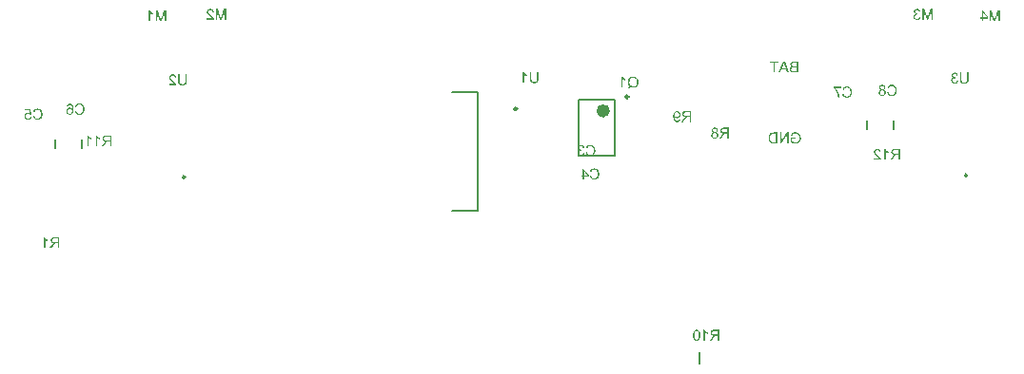
<source format=gbo>
G04*
G04 #@! TF.GenerationSoftware,Altium Limited,Altium Designer,22.5.1 (42)*
G04*
G04 Layer_Color=32896*
%FSLAX44Y44*%
%MOMM*%
G71*
G04*
G04 #@! TF.SameCoordinates,8C462A5C-675D-4BC4-B2B0-4FF287324B2F*
G04*
G04*
G04 #@! TF.FilePolarity,Positive*
G04*
G01*
G75*
%ADD10C,0.2000*%
%ADD14C,0.2540*%
%ADD62C,0.2500*%
%ADD63C,0.6000*%
G36*
X1283170Y733423D02*
X1283541Y733349D01*
X1283883Y733245D01*
X1284165Y733126D01*
X1284388Y732992D01*
X1284477Y732933D01*
X1284552Y732888D01*
X1284626Y732844D01*
X1284670Y732814D01*
X1284685Y732799D01*
X1284700Y732784D01*
X1284968Y732517D01*
X1285176Y732220D01*
X1285354Y731908D01*
X1285473Y731610D01*
X1285577Y731343D01*
X1285607Y731224D01*
X1285636Y731120D01*
X1285651Y731046D01*
X1285666Y730986D01*
X1285681Y730942D01*
Y730927D01*
X1284477Y730719D01*
X1284418Y731031D01*
X1284329Y731298D01*
X1284240Y731521D01*
X1284135Y731700D01*
X1284046Y731848D01*
X1283972Y731952D01*
X1283913Y732012D01*
X1283898Y732027D01*
X1283705Y732175D01*
X1283511Y732279D01*
X1283318Y732368D01*
X1283125Y732413D01*
X1282977Y732442D01*
X1282843Y732472D01*
X1282724D01*
X1282471Y732457D01*
X1282248Y732398D01*
X1282055Y732338D01*
X1281892Y732249D01*
X1281758Y732175D01*
X1281654Y732101D01*
X1281595Y732041D01*
X1281580Y732027D01*
X1281431Y731863D01*
X1281327Y731670D01*
X1281238Y731492D01*
X1281193Y731328D01*
X1281164Y731165D01*
X1281134Y731046D01*
Y730972D01*
Y730957D01*
Y730942D01*
X1281164Y730645D01*
X1281238Y730392D01*
X1281327Y730184D01*
X1281446Y730021D01*
X1281565Y729887D01*
X1281654Y729783D01*
X1281728Y729723D01*
X1281758Y729708D01*
X1281996Y729575D01*
X1282233Y729486D01*
X1282456Y729411D01*
X1282664Y729367D01*
X1282858Y729337D01*
X1282991Y729322D01*
X1283185D01*
X1283244Y729337D01*
X1283318D01*
X1283452Y728282D01*
X1283274Y728327D01*
X1283110Y728356D01*
X1282962Y728371D01*
X1282843Y728386D01*
X1282739Y728401D01*
X1282605D01*
X1282308Y728371D01*
X1282055Y728312D01*
X1281817Y728237D01*
X1281624Y728133D01*
X1281461Y728029D01*
X1281342Y727955D01*
X1281283Y727896D01*
X1281253Y727866D01*
X1281075Y727658D01*
X1280941Y727435D01*
X1280837Y727197D01*
X1280777Y726989D01*
X1280733Y726796D01*
X1280718Y726647D01*
X1280703Y726588D01*
Y726544D01*
Y726529D01*
Y726514D01*
X1280733Y726202D01*
X1280792Y725919D01*
X1280881Y725667D01*
X1280985Y725459D01*
X1281104Y725281D01*
X1281193Y725162D01*
X1281253Y725087D01*
X1281283Y725058D01*
X1281505Y724864D01*
X1281743Y724716D01*
X1281981Y724627D01*
X1282219Y724552D01*
X1282412Y724508D01*
X1282560Y724493D01*
X1282620Y724478D01*
X1282709D01*
X1282962Y724493D01*
X1283199Y724552D01*
X1283407Y724627D01*
X1283571Y724701D01*
X1283719Y724790D01*
X1283823Y724850D01*
X1283883Y724909D01*
X1283913Y724924D01*
X1284076Y725117D01*
X1284225Y725340D01*
X1284344Y725592D01*
X1284433Y725830D01*
X1284507Y726053D01*
X1284552Y726232D01*
X1284581Y726291D01*
Y726350D01*
X1284596Y726380D01*
Y726395D01*
X1285800Y726232D01*
X1285770Y726009D01*
X1285725Y725801D01*
X1285592Y725414D01*
X1285443Y725072D01*
X1285265Y724775D01*
X1285190Y724656D01*
X1285101Y724552D01*
X1285027Y724463D01*
X1284968Y724374D01*
X1284908Y724315D01*
X1284864Y724270D01*
X1284849Y724255D01*
X1284834Y724240D01*
X1284670Y724107D01*
X1284492Y723988D01*
X1284329Y723884D01*
X1284150Y723809D01*
X1283794Y723661D01*
X1283452Y723572D01*
X1283303Y723542D01*
X1283155Y723527D01*
X1283036Y723512D01*
X1282917Y723497D01*
X1282828Y723483D01*
X1282709D01*
X1282456Y723497D01*
X1282204Y723527D01*
X1281966Y723557D01*
X1281743Y723616D01*
X1281535Y723691D01*
X1281342Y723765D01*
X1281164Y723839D01*
X1281000Y723928D01*
X1280867Y724003D01*
X1280733Y724077D01*
X1280614Y724151D01*
X1280525Y724225D01*
X1280450Y724285D01*
X1280406Y724315D01*
X1280376Y724344D01*
X1280361Y724359D01*
X1280198Y724538D01*
X1280049Y724716D01*
X1279930Y724894D01*
X1279826Y725072D01*
X1279722Y725251D01*
X1279648Y725444D01*
X1279544Y725786D01*
X1279500Y725934D01*
X1279470Y726083D01*
X1279455Y726202D01*
X1279440Y726321D01*
X1279425Y726410D01*
Y726469D01*
Y726514D01*
Y726529D01*
X1279440Y726870D01*
X1279500Y727182D01*
X1279574Y727450D01*
X1279663Y727673D01*
X1279767Y727851D01*
X1279841Y727985D01*
X1279901Y728074D01*
X1279915Y728104D01*
X1280109Y728327D01*
X1280332Y728505D01*
X1280555Y728653D01*
X1280762Y728757D01*
X1280956Y728847D01*
X1281104Y728891D01*
X1281164Y728921D01*
X1281208D01*
X1281238Y728936D01*
X1281253D01*
X1281015Y729055D01*
X1280807Y729203D01*
X1280644Y729337D01*
X1280495Y729471D01*
X1280391Y729590D01*
X1280302Y729679D01*
X1280257Y729738D01*
X1280242Y729768D01*
X1280124Y729961D01*
X1280049Y730169D01*
X1279990Y730362D01*
X1279945Y730541D01*
X1279915Y730689D01*
X1279901Y730808D01*
Y730882D01*
Y730912D01*
X1279915Y731165D01*
X1279960Y731387D01*
X1280020Y731596D01*
X1280079Y731789D01*
X1280138Y731937D01*
X1280198Y732056D01*
X1280242Y732131D01*
X1280257Y732160D01*
X1280406Y732368D01*
X1280569Y732561D01*
X1280748Y732725D01*
X1280911Y732859D01*
X1281060Y732963D01*
X1281178Y733037D01*
X1281268Y733082D01*
X1281283Y733096D01*
X1281297D01*
X1281550Y733215D01*
X1281803Y733304D01*
X1282055Y733364D01*
X1282278Y733408D01*
X1282471Y733438D01*
X1282620Y733453D01*
X1282962D01*
X1283170Y733423D01*
D02*
G37*
G36*
X1295146Y727762D02*
Y727480D01*
X1295131Y727212D01*
X1295116Y726960D01*
X1295087Y726722D01*
X1295057Y726514D01*
X1295027Y726306D01*
X1294997Y726127D01*
X1294953Y725964D01*
X1294923Y725815D01*
X1294893Y725682D01*
X1294864Y725563D01*
X1294834Y725474D01*
X1294804Y725399D01*
X1294789Y725355D01*
X1294774Y725325D01*
Y725310D01*
X1294611Y724998D01*
X1294418Y724716D01*
X1294225Y724493D01*
X1294017Y724300D01*
X1293838Y724136D01*
X1293675Y724032D01*
X1293616Y723988D01*
X1293586Y723973D01*
X1293556Y723943D01*
X1293541D01*
X1293199Y723795D01*
X1292813Y723676D01*
X1292442Y723601D01*
X1292085Y723542D01*
X1291922Y723527D01*
X1291773Y723512D01*
X1291639Y723497D01*
X1291520D01*
X1291431Y723483D01*
X1291297D01*
X1290792Y723512D01*
X1290347Y723572D01*
X1290139Y723601D01*
X1289960Y723646D01*
X1289782Y723705D01*
X1289633Y723750D01*
X1289500Y723795D01*
X1289366Y723854D01*
X1289262Y723899D01*
X1289187Y723928D01*
X1289113Y723973D01*
X1289069Y723988D01*
X1289039Y724017D01*
X1289024D01*
X1288727Y724240D01*
X1288459Y724463D01*
X1288251Y724701D01*
X1288088Y724924D01*
X1287969Y725132D01*
X1287880Y725281D01*
X1287850Y725340D01*
X1287835Y725385D01*
X1287820Y725414D01*
Y725429D01*
X1287702Y725771D01*
X1287627Y726157D01*
X1287568Y726544D01*
X1287523Y726915D01*
X1287509Y727093D01*
X1287494Y727257D01*
Y727391D01*
X1287479Y727524D01*
Y727628D01*
Y727702D01*
Y727747D01*
Y727762D01*
Y733408D01*
X1288772D01*
Y727762D01*
Y727435D01*
X1288801Y727123D01*
X1288831Y726855D01*
X1288861Y726603D01*
X1288905Y726365D01*
X1288965Y726172D01*
X1289024Y725994D01*
X1289069Y725830D01*
X1289128Y725696D01*
X1289187Y725578D01*
X1289232Y725489D01*
X1289292Y725414D01*
X1289321Y725355D01*
X1289351Y725310D01*
X1289381Y725295D01*
Y725281D01*
X1289500Y725162D01*
X1289648Y725072D01*
X1289960Y724909D01*
X1290287Y724805D01*
X1290629Y724716D01*
X1290926Y724671D01*
X1291060Y724656D01*
X1291179D01*
X1291283Y724642D01*
X1291416D01*
X1291714Y724656D01*
X1291981Y724686D01*
X1292219Y724746D01*
X1292427Y724805D01*
X1292590Y724850D01*
X1292709Y724909D01*
X1292783Y724939D01*
X1292813Y724954D01*
X1293021Y725087D01*
X1293185Y725236D01*
X1293333Y725399D01*
X1293437Y725548D01*
X1293526Y725682D01*
X1293586Y725786D01*
X1293616Y725860D01*
X1293630Y725890D01*
X1293675Y726009D01*
X1293705Y726142D01*
X1293764Y726440D01*
X1293794Y726751D01*
X1293824Y727049D01*
X1293838Y727331D01*
X1293853Y727450D01*
Y727554D01*
Y727643D01*
Y727702D01*
Y727747D01*
Y727762D01*
Y733408D01*
X1295146D01*
Y727762D01*
D02*
G37*
G36*
X587137Y731914D02*
X587374Y731899D01*
X587820Y731810D01*
X588013Y731766D01*
X588207Y731706D01*
X588370Y731632D01*
X588519Y731572D01*
X588652Y731498D01*
X588771Y731439D01*
X588875Y731364D01*
X588964Y731320D01*
X589024Y731275D01*
X589068Y731231D01*
X589098Y731216D01*
X589113Y731201D01*
X589262Y731052D01*
X589380Y730904D01*
X589603Y730562D01*
X589767Y730220D01*
X589886Y729878D01*
X589975Y729581D01*
X589990Y729447D01*
X590019Y729329D01*
X590034Y729240D01*
X590049Y729165D01*
Y729121D01*
Y729106D01*
X588816Y728972D01*
X588786Y729299D01*
X588727Y729581D01*
X588652Y729819D01*
X588548Y730027D01*
X588459Y730190D01*
X588370Y730309D01*
X588311Y730369D01*
X588296Y730398D01*
X588088Y730577D01*
X587865Y730711D01*
X587627Y730800D01*
X587404Y730874D01*
X587211Y730904D01*
X587062Y730919D01*
X587003Y730933D01*
X586914D01*
X586617Y730919D01*
X586349Y730859D01*
X586126Y730785D01*
X585933Y730696D01*
X585785Y730592D01*
X585666Y730517D01*
X585606Y730458D01*
X585577Y730443D01*
X585398Y730250D01*
X585279Y730042D01*
X585190Y729849D01*
X585116Y729656D01*
X585086Y729492D01*
X585071Y729358D01*
X585056Y729269D01*
Y729254D01*
Y729240D01*
X585086Y728987D01*
X585146Y728719D01*
X585235Y728482D01*
X585339Y728259D01*
X585443Y728066D01*
X585532Y727917D01*
X585562Y727858D01*
X585591Y727813D01*
X585621Y727798D01*
Y727783D01*
X585740Y727635D01*
X585874Y727471D01*
X586022Y727308D01*
X586201Y727144D01*
X586557Y726803D01*
X586914Y726461D01*
X587241Y726179D01*
X587389Y726045D01*
X587523Y725941D01*
X587627Y725837D01*
X587701Y725777D01*
X587761Y725733D01*
X587776Y725718D01*
X588132Y725406D01*
X588459Y725124D01*
X588727Y724871D01*
X588950Y724663D01*
X589128Y724485D01*
X589247Y724351D01*
X589321Y724262D01*
X589351Y724247D01*
Y724232D01*
X589544Y723994D01*
X589692Y723771D01*
X589841Y723549D01*
X589945Y723355D01*
X590034Y723177D01*
X590094Y723058D01*
X590123Y722969D01*
X590138Y722954D01*
Y722939D01*
X590183Y722791D01*
X590227Y722642D01*
X590242Y722508D01*
X590257Y722390D01*
X590272Y722285D01*
Y722196D01*
Y722137D01*
Y722122D01*
X583808D01*
Y723266D01*
X588608D01*
X588444Y723504D01*
X588281Y723697D01*
X588207Y723786D01*
X588147Y723846D01*
X588117Y723890D01*
X588103Y723905D01*
X588028Y723979D01*
X587954Y724054D01*
X587761Y724232D01*
X587523Y724440D01*
X587300Y724648D01*
X587077Y724841D01*
X586899Y724990D01*
X586825Y725049D01*
X586765Y725094D01*
X586736Y725124D01*
X586721Y725138D01*
X586483Y725346D01*
X586275Y725525D01*
X586067Y725703D01*
X585889Y725866D01*
X585725Y726030D01*
X585577Y726164D01*
X585428Y726297D01*
X585309Y726416D01*
X585205Y726520D01*
X585116Y726609D01*
X584982Y726743D01*
X584908Y726832D01*
X584878Y726862D01*
X584685Y727100D01*
X584507Y727308D01*
X584373Y727516D01*
X584269Y727694D01*
X584180Y727843D01*
X584120Y727947D01*
X584091Y728021D01*
X584076Y728051D01*
X583987Y728259D01*
X583927Y728467D01*
X583883Y728660D01*
X583853Y728838D01*
X583838Y728987D01*
X583823Y729106D01*
Y729180D01*
Y729210D01*
X583838Y729418D01*
X583853Y729626D01*
X583957Y729997D01*
X584091Y730324D01*
X584239Y730607D01*
X584388Y730829D01*
X584462Y730919D01*
X584522Y731008D01*
X584581Y731067D01*
X584626Y731112D01*
X584640Y731127D01*
X584655Y731141D01*
X584819Y731275D01*
X584982Y731409D01*
X585160Y731513D01*
X585354Y731602D01*
X585725Y731736D01*
X586082Y731825D01*
X586245Y731870D01*
X586394Y731884D01*
X586527Y731899D01*
X586646Y731914D01*
X586750Y731929D01*
X586884D01*
X587137Y731914D01*
D02*
G37*
G36*
X599440Y726238D02*
Y725956D01*
X599425Y725688D01*
X599410Y725436D01*
X599381Y725198D01*
X599351Y724990D01*
X599321Y724782D01*
X599291Y724604D01*
X599247Y724440D01*
X599217Y724291D01*
X599187Y724158D01*
X599158Y724039D01*
X599128Y723950D01*
X599098Y723875D01*
X599083Y723831D01*
X599068Y723801D01*
Y723786D01*
X598905Y723474D01*
X598712Y723192D01*
X598519Y722969D01*
X598311Y722776D01*
X598132Y722612D01*
X597969Y722508D01*
X597910Y722464D01*
X597880Y722449D01*
X597850Y722419D01*
X597835D01*
X597494Y722271D01*
X597107Y722152D01*
X596736Y722077D01*
X596379Y722018D01*
X596216Y722003D01*
X596067Y721988D01*
X595933Y721973D01*
X595814D01*
X595725Y721959D01*
X595592D01*
X595086Y721988D01*
X594641Y722048D01*
X594432Y722077D01*
X594254Y722122D01*
X594076Y722181D01*
X593927Y722226D01*
X593794Y722271D01*
X593660Y722330D01*
X593556Y722375D01*
X593481Y722404D01*
X593407Y722449D01*
X593363Y722464D01*
X593333Y722494D01*
X593318D01*
X593021Y722716D01*
X592753Y722939D01*
X592545Y723177D01*
X592382Y723400D01*
X592263Y723608D01*
X592174Y723756D01*
X592144Y723816D01*
X592129Y723860D01*
X592114Y723890D01*
Y723905D01*
X591996Y724247D01*
X591921Y724633D01*
X591862Y725020D01*
X591817Y725391D01*
X591802Y725569D01*
X591788Y725733D01*
Y725866D01*
X591773Y726000D01*
Y726104D01*
Y726179D01*
Y726223D01*
Y726238D01*
Y731884D01*
X593065D01*
Y726238D01*
Y725911D01*
X593095Y725599D01*
X593125Y725331D01*
X593155Y725079D01*
X593199Y724841D01*
X593259Y724648D01*
X593318Y724470D01*
X593363Y724306D01*
X593422Y724173D01*
X593481Y724054D01*
X593526Y723964D01*
X593586Y723890D01*
X593615Y723831D01*
X593645Y723786D01*
X593675Y723771D01*
Y723756D01*
X593794Y723638D01*
X593942Y723549D01*
X594254Y723385D01*
X594581Y723281D01*
X594923Y723192D01*
X595220Y723147D01*
X595354Y723132D01*
X595473D01*
X595577Y723118D01*
X595710D01*
X596008Y723132D01*
X596275Y723162D01*
X596513Y723222D01*
X596721Y723281D01*
X596884Y723326D01*
X597003Y723385D01*
X597077Y723415D01*
X597107Y723430D01*
X597315Y723563D01*
X597479Y723712D01*
X597627Y723875D01*
X597731Y724024D01*
X597820Y724158D01*
X597880Y724262D01*
X597910Y724336D01*
X597924Y724366D01*
X597969Y724485D01*
X597999Y724618D01*
X598058Y724915D01*
X598088Y725228D01*
X598117Y725525D01*
X598132Y725807D01*
X598147Y725926D01*
Y726030D01*
Y726119D01*
Y726179D01*
Y726223D01*
Y726238D01*
Y731884D01*
X599440D01*
Y726238D01*
D02*
G37*
G36*
X899441Y733723D02*
X899604Y733485D01*
X899782Y733263D01*
X899961Y733055D01*
X900124Y732891D01*
X900258Y732757D01*
X900347Y732668D01*
X900362Y732653D01*
X900377Y732638D01*
X900659Y732401D01*
X900956Y732178D01*
X901254Y731985D01*
X901521Y731821D01*
X901759Y731687D01*
X901863Y731643D01*
X901952Y731598D01*
X902011Y731554D01*
X902071Y731524D01*
X902100Y731509D01*
X902115D01*
Y730335D01*
X901907Y730424D01*
X901684Y730528D01*
X901476Y730618D01*
X901283Y730722D01*
X901120Y730811D01*
X900986Y730885D01*
X900897Y730945D01*
X900882Y730959D01*
X900867D01*
X900614Y731108D01*
X900392Y731272D01*
X900199Y731405D01*
X900035Y731539D01*
X899901Y731643D01*
X899797Y731717D01*
X899738Y731777D01*
X899723Y731792D01*
Y724154D01*
X898519D01*
Y733961D01*
X899307D01*
X899441Y733723D01*
D02*
G37*
G36*
X912368Y728270D02*
Y727988D01*
X912353Y727720D01*
X912338Y727468D01*
X912309Y727230D01*
X912279Y727022D01*
X912249Y726814D01*
X912219Y726636D01*
X912175Y726472D01*
X912145Y726323D01*
X912115Y726190D01*
X912086Y726071D01*
X912056Y725982D01*
X912026Y725907D01*
X912011Y725863D01*
X911997Y725833D01*
Y725818D01*
X911833Y725506D01*
X911640Y725224D01*
X911447Y725001D01*
X911239Y724808D01*
X911060Y724644D01*
X910897Y724540D01*
X910837Y724496D01*
X910808Y724481D01*
X910778Y724451D01*
X910763D01*
X910422Y724303D01*
X910035Y724184D01*
X909664Y724109D01*
X909307Y724050D01*
X909144Y724035D01*
X908995Y724020D01*
X908861Y724005D01*
X908742D01*
X908653Y723991D01*
X908520D01*
X908014Y724020D01*
X907569Y724080D01*
X907361Y724109D01*
X907182Y724154D01*
X907004Y724213D01*
X906855Y724258D01*
X906722Y724303D01*
X906588Y724362D01*
X906484Y724407D01*
X906410Y724436D01*
X906335Y724481D01*
X906291Y724496D01*
X906261Y724526D01*
X906246D01*
X905949Y724748D01*
X905682Y724971D01*
X905473Y725209D01*
X905310Y725432D01*
X905191Y725640D01*
X905102Y725788D01*
X905072Y725848D01*
X905057Y725892D01*
X905042Y725922D01*
Y725937D01*
X904924Y726279D01*
X904849Y726665D01*
X904790Y727051D01*
X904745Y727423D01*
X904731Y727601D01*
X904716Y727765D01*
Y727898D01*
X904701Y728032D01*
Y728136D01*
Y728211D01*
Y728255D01*
Y728270D01*
Y733916D01*
X905993D01*
Y728270D01*
Y727943D01*
X906023Y727631D01*
X906053Y727364D01*
X906083Y727111D01*
X906127Y726873D01*
X906187Y726680D01*
X906246Y726502D01*
X906291Y726338D01*
X906350Y726205D01*
X906410Y726086D01*
X906454Y725996D01*
X906514Y725922D01*
X906543Y725863D01*
X906573Y725818D01*
X906603Y725803D01*
Y725788D01*
X906722Y725670D01*
X906870Y725581D01*
X907182Y725417D01*
X907509Y725313D01*
X907851Y725224D01*
X908148Y725179D01*
X908282Y725164D01*
X908401D01*
X908505Y725150D01*
X908638D01*
X908936Y725164D01*
X909203Y725194D01*
X909441Y725254D01*
X909649Y725313D01*
X909812Y725358D01*
X909931Y725417D01*
X910005Y725447D01*
X910035Y725462D01*
X910243Y725595D01*
X910407Y725744D01*
X910555Y725907D01*
X910659Y726056D01*
X910748Y726190D01*
X910808Y726294D01*
X910837Y726368D01*
X910852Y726398D01*
X910897Y726517D01*
X910927Y726650D01*
X910986Y726947D01*
X911016Y727260D01*
X911046Y727557D01*
X911060Y727839D01*
X911075Y727958D01*
Y728062D01*
Y728151D01*
Y728211D01*
Y728255D01*
Y728270D01*
Y733916D01*
X912368D01*
Y728270D01*
D02*
G37*
G36*
X1214051Y665366D02*
X1214288Y665351D01*
X1214734Y665262D01*
X1214927Y665218D01*
X1215120Y665158D01*
X1215284Y665084D01*
X1215433Y665024D01*
X1215566Y664950D01*
X1215685Y664891D01*
X1215789Y664816D01*
X1215878Y664772D01*
X1215938Y664727D01*
X1215982Y664683D01*
X1216012Y664668D01*
X1216027Y664653D01*
X1216176Y664504D01*
X1216294Y664356D01*
X1216517Y664014D01*
X1216681Y663672D01*
X1216800Y663330D01*
X1216889Y663033D01*
X1216904Y662899D01*
X1216933Y662781D01*
X1216948Y662691D01*
X1216963Y662617D01*
Y662573D01*
Y662558D01*
X1215730Y662424D01*
X1215700Y662751D01*
X1215641Y663033D01*
X1215566Y663271D01*
X1215462Y663479D01*
X1215373Y663642D01*
X1215284Y663761D01*
X1215225Y663821D01*
X1215210Y663850D01*
X1215002Y664029D01*
X1214779Y664163D01*
X1214541Y664252D01*
X1214318Y664326D01*
X1214125Y664356D01*
X1213976Y664370D01*
X1213917Y664385D01*
X1213828D01*
X1213531Y664370D01*
X1213263Y664311D01*
X1213040Y664237D01*
X1212847Y664148D01*
X1212699Y664044D01*
X1212580Y663969D01*
X1212520Y663910D01*
X1212490Y663895D01*
X1212312Y663702D01*
X1212193Y663494D01*
X1212104Y663301D01*
X1212030Y663108D01*
X1212000Y662944D01*
X1211985Y662810D01*
X1211970Y662721D01*
Y662706D01*
Y662691D01*
X1212000Y662439D01*
X1212060Y662171D01*
X1212149Y661934D01*
X1212253Y661711D01*
X1212357Y661518D01*
X1212446Y661369D01*
X1212476Y661310D01*
X1212505Y661265D01*
X1212535Y661250D01*
Y661235D01*
X1212654Y661087D01*
X1212788Y660923D01*
X1212936Y660760D01*
X1213114Y660596D01*
X1213471Y660255D01*
X1213828Y659913D01*
X1214155Y659631D01*
X1214303Y659497D01*
X1214437Y659393D01*
X1214541Y659289D01*
X1214615Y659229D01*
X1214675Y659185D01*
X1214690Y659170D01*
X1215046Y658858D01*
X1215373Y658576D01*
X1215641Y658323D01*
X1215863Y658115D01*
X1216042Y657937D01*
X1216161Y657803D01*
X1216235Y657714D01*
X1216265Y657699D01*
Y657684D01*
X1216458Y657446D01*
X1216606Y657223D01*
X1216755Y657001D01*
X1216859Y656807D01*
X1216948Y656629D01*
X1217008Y656510D01*
X1217037Y656421D01*
X1217052Y656406D01*
Y656391D01*
X1217097Y656243D01*
X1217141Y656094D01*
X1217156Y655960D01*
X1217171Y655842D01*
X1217186Y655737D01*
Y655648D01*
Y655589D01*
Y655574D01*
X1210722D01*
Y656718D01*
X1215522D01*
X1215358Y656956D01*
X1215195Y657149D01*
X1215120Y657238D01*
X1215061Y657298D01*
X1215031Y657342D01*
X1215016Y657357D01*
X1214942Y657431D01*
X1214868Y657506D01*
X1214675Y657684D01*
X1214437Y657892D01*
X1214214Y658100D01*
X1213991Y658293D01*
X1213813Y658442D01*
X1213739Y658501D01*
X1213679Y658546D01*
X1213650Y658576D01*
X1213635Y658590D01*
X1213397Y658798D01*
X1213189Y658977D01*
X1212981Y659155D01*
X1212803Y659318D01*
X1212639Y659482D01*
X1212490Y659616D01*
X1212342Y659749D01*
X1212223Y659868D01*
X1212119Y659972D01*
X1212030Y660061D01*
X1211896Y660195D01*
X1211822Y660284D01*
X1211792Y660314D01*
X1211599Y660552D01*
X1211421Y660760D01*
X1211287Y660968D01*
X1211183Y661146D01*
X1211094Y661295D01*
X1211034Y661399D01*
X1211005Y661473D01*
X1210990Y661503D01*
X1210901Y661711D01*
X1210841Y661919D01*
X1210797Y662112D01*
X1210767Y662290D01*
X1210752Y662439D01*
X1210737Y662558D01*
Y662632D01*
Y662662D01*
X1210752Y662870D01*
X1210767Y663078D01*
X1210871Y663449D01*
X1211005Y663776D01*
X1211153Y664059D01*
X1211302Y664281D01*
X1211376Y664370D01*
X1211435Y664460D01*
X1211495Y664519D01*
X1211540Y664564D01*
X1211554Y664579D01*
X1211569Y664593D01*
X1211733Y664727D01*
X1211896Y664861D01*
X1212074Y664965D01*
X1212268Y665054D01*
X1212639Y665188D01*
X1212996Y665277D01*
X1213159Y665322D01*
X1213308Y665336D01*
X1213441Y665351D01*
X1213560Y665366D01*
X1213664Y665381D01*
X1213798D01*
X1214051Y665366D01*
D02*
G37*
G36*
X1221005Y665143D02*
X1221168Y664905D01*
X1221346Y664683D01*
X1221525Y664474D01*
X1221688Y664311D01*
X1221822Y664177D01*
X1221911Y664088D01*
X1221926Y664073D01*
X1221941Y664059D01*
X1222223Y663821D01*
X1222520Y663598D01*
X1222818Y663405D01*
X1223085Y663241D01*
X1223323Y663108D01*
X1223427Y663063D01*
X1223516Y663018D01*
X1223575Y662974D01*
X1223635Y662944D01*
X1223664Y662929D01*
X1223679D01*
Y661755D01*
X1223471Y661844D01*
X1223248Y661948D01*
X1223040Y662038D01*
X1222847Y662142D01*
X1222684Y662231D01*
X1222550Y662305D01*
X1222461Y662365D01*
X1222446Y662379D01*
X1222431D01*
X1222178Y662528D01*
X1221956Y662691D01*
X1221762Y662825D01*
X1221599Y662959D01*
X1221465Y663063D01*
X1221361Y663137D01*
X1221302Y663197D01*
X1221287Y663212D01*
Y655574D01*
X1220083D01*
Y665381D01*
X1220871D01*
X1221005Y665143D01*
D02*
G37*
G36*
X1233932Y655574D02*
X1232639D01*
Y659913D01*
X1230975D01*
X1230826Y659898D01*
X1230708D01*
X1230604Y659883D01*
X1230529Y659868D01*
X1230470D01*
X1230440Y659853D01*
X1230425D01*
X1230202Y659779D01*
X1230024Y659690D01*
X1229950Y659645D01*
X1229890Y659616D01*
X1229861Y659601D01*
X1229846Y659586D01*
X1229727Y659512D01*
X1229623Y659408D01*
X1229400Y659200D01*
X1229326Y659096D01*
X1229251Y659006D01*
X1229207Y658947D01*
X1229192Y658932D01*
X1229043Y658739D01*
X1228895Y658531D01*
X1228731Y658308D01*
X1228583Y658085D01*
X1228449Y657892D01*
X1228345Y657743D01*
X1228315Y657684D01*
X1228286Y657639D01*
X1228256Y657610D01*
Y657595D01*
X1226963Y655574D01*
X1225343D01*
X1227037Y658219D01*
X1227231Y658501D01*
X1227424Y658754D01*
X1227602Y658977D01*
X1227766Y659170D01*
X1227899Y659318D01*
X1228003Y659437D01*
X1228078Y659497D01*
X1228107Y659527D01*
X1228211Y659616D01*
X1228345Y659705D01*
X1228598Y659868D01*
X1228702Y659928D01*
X1228791Y659972D01*
X1228850Y660002D01*
X1228880Y660017D01*
X1228627Y660061D01*
X1228390Y660106D01*
X1228167Y660165D01*
X1227973Y660240D01*
X1227780Y660314D01*
X1227617Y660388D01*
X1227454Y660463D01*
X1227320Y660537D01*
X1227201Y660611D01*
X1227097Y660671D01*
X1227008Y660745D01*
X1226933Y660789D01*
X1226889Y660849D01*
X1226844Y660879D01*
X1226814Y660908D01*
X1226696Y661042D01*
X1226592Y661191D01*
X1226413Y661488D01*
X1226294Y661770D01*
X1226220Y662053D01*
X1226161Y662290D01*
X1226146Y662394D01*
Y662483D01*
X1226131Y662558D01*
Y662617D01*
Y662647D01*
Y662662D01*
X1226146Y662959D01*
X1226190Y663226D01*
X1226265Y663479D01*
X1226339Y663702D01*
X1226413Y663880D01*
X1226488Y664014D01*
X1226532Y664103D01*
X1226547Y664133D01*
X1226711Y664370D01*
X1226889Y664564D01*
X1227067Y664727D01*
X1227245Y664846D01*
X1227394Y664950D01*
X1227513Y665024D01*
X1227602Y665054D01*
X1227617Y665069D01*
X1227632D01*
X1227766Y665114D01*
X1227914Y665158D01*
X1228226Y665218D01*
X1228553Y665277D01*
X1228865Y665307D01*
X1229162Y665322D01*
X1229281D01*
X1229400Y665336D01*
X1233932D01*
Y655574D01*
D02*
G37*
G36*
X519457Y677081D02*
X519620Y676843D01*
X519798Y676621D01*
X519977Y676413D01*
X520140Y676249D01*
X520274Y676115D01*
X520363Y676026D01*
X520378Y676011D01*
X520393Y675996D01*
X520675Y675759D01*
X520972Y675536D01*
X521269Y675343D01*
X521537Y675179D01*
X521775Y675045D01*
X521879Y675001D01*
X521968Y674956D01*
X522027Y674912D01*
X522087Y674882D01*
X522116Y674867D01*
X522131D01*
Y673693D01*
X521923Y673783D01*
X521700Y673886D01*
X521492Y673976D01*
X521299Y674080D01*
X521136Y674169D01*
X521002Y674243D01*
X520913Y674303D01*
X520898Y674317D01*
X520883D01*
X520630Y674466D01*
X520408Y674630D01*
X520215Y674763D01*
X520051Y674897D01*
X519917Y675001D01*
X519813Y675075D01*
X519754Y675135D01*
X519739Y675150D01*
Y667512D01*
X518535D01*
Y677319D01*
X519323D01*
X519457Y677081D01*
D02*
G37*
G36*
X511879D02*
X512042Y676843D01*
X512220Y676621D01*
X512399Y676413D01*
X512562Y676249D01*
X512696Y676115D01*
X512785Y676026D01*
X512800Y676011D01*
X512815Y675996D01*
X513097Y675759D01*
X513394Y675536D01*
X513691Y675343D01*
X513959Y675179D01*
X514197Y675045D01*
X514301Y675001D01*
X514390Y674956D01*
X514449Y674912D01*
X514509Y674882D01*
X514538Y674867D01*
X514553D01*
Y673693D01*
X514345Y673783D01*
X514122Y673886D01*
X513914Y673976D01*
X513721Y674080D01*
X513558Y674169D01*
X513424Y674243D01*
X513335Y674303D01*
X513320Y674317D01*
X513305D01*
X513052Y674466D01*
X512830Y674630D01*
X512636Y674763D01*
X512473Y674897D01*
X512339Y675001D01*
X512235Y675075D01*
X512176Y675135D01*
X512161Y675150D01*
Y667512D01*
X510957D01*
Y677319D01*
X511745D01*
X511879Y677081D01*
D02*
G37*
G36*
X532384Y667512D02*
X531091D01*
Y671851D01*
X529427D01*
X529278Y671836D01*
X529160D01*
X529056Y671821D01*
X528981Y671806D01*
X528922D01*
X528892Y671791D01*
X528877D01*
X528654Y671717D01*
X528476Y671628D01*
X528402Y671583D01*
X528342Y671554D01*
X528313Y671539D01*
X528298Y671524D01*
X528179Y671450D01*
X528075Y671346D01*
X527852Y671138D01*
X527778Y671034D01*
X527703Y670944D01*
X527659Y670885D01*
X527644Y670870D01*
X527495Y670677D01*
X527347Y670469D01*
X527183Y670246D01*
X527035Y670023D01*
X526901Y669830D01*
X526797Y669681D01*
X526767Y669622D01*
X526738Y669577D01*
X526708Y669548D01*
Y669533D01*
X525415Y667512D01*
X523796D01*
X525489Y670157D01*
X525683Y670439D01*
X525876Y670692D01*
X526054Y670915D01*
X526217Y671108D01*
X526351Y671256D01*
X526455Y671375D01*
X526530Y671435D01*
X526559Y671464D01*
X526663Y671554D01*
X526797Y671643D01*
X527050Y671806D01*
X527154Y671866D01*
X527243Y671910D01*
X527302Y671940D01*
X527332Y671955D01*
X527079Y671999D01*
X526842Y672044D01*
X526619Y672103D01*
X526426Y672178D01*
X526232Y672252D01*
X526069Y672326D01*
X525905Y672401D01*
X525772Y672475D01*
X525653Y672549D01*
X525549Y672609D01*
X525460Y672683D01*
X525385Y672728D01*
X525341Y672787D01*
X525296Y672817D01*
X525266Y672846D01*
X525148Y672980D01*
X525044Y673129D01*
X524865Y673426D01*
X524747Y673708D01*
X524672Y673990D01*
X524613Y674228D01*
X524598Y674332D01*
Y674421D01*
X524583Y674496D01*
Y674555D01*
Y674585D01*
Y674600D01*
X524598Y674897D01*
X524642Y675164D01*
X524717Y675417D01*
X524791Y675640D01*
X524865Y675818D01*
X524940Y675952D01*
X524984Y676041D01*
X524999Y676071D01*
X525163Y676309D01*
X525341Y676502D01*
X525519Y676665D01*
X525697Y676784D01*
X525846Y676888D01*
X525965Y676962D01*
X526054Y676992D01*
X526069Y677007D01*
X526084D01*
X526217Y677051D01*
X526366Y677096D01*
X526678Y677156D01*
X527005Y677215D01*
X527317Y677245D01*
X527614Y677260D01*
X527733D01*
X527852Y677274D01*
X532384D01*
Y667512D01*
D02*
G37*
G36*
X1060223Y503853D02*
X1060386Y503615D01*
X1060564Y503393D01*
X1060743Y503185D01*
X1060906Y503021D01*
X1061040Y502887D01*
X1061129Y502798D01*
X1061144Y502783D01*
X1061159Y502769D01*
X1061441Y502531D01*
X1061738Y502308D01*
X1062036Y502115D01*
X1062303Y501951D01*
X1062541Y501818D01*
X1062645Y501773D01*
X1062734Y501728D01*
X1062793Y501684D01*
X1062853Y501654D01*
X1062882Y501639D01*
X1062897D01*
Y500465D01*
X1062689Y500555D01*
X1062466Y500658D01*
X1062258Y500748D01*
X1062065Y500852D01*
X1061902Y500941D01*
X1061768Y501015D01*
X1061679Y501075D01*
X1061664Y501089D01*
X1061649D01*
X1061396Y501238D01*
X1061174Y501401D01*
X1060981Y501535D01*
X1060817Y501669D01*
X1060683Y501773D01*
X1060579Y501847D01*
X1060520Y501907D01*
X1060505Y501922D01*
Y494284D01*
X1059301D01*
Y504091D01*
X1060089D01*
X1060223Y503853D01*
D02*
G37*
G36*
X1073150Y494284D02*
X1071857D01*
Y498623D01*
X1070193D01*
X1070044Y498608D01*
X1069926D01*
X1069822Y498593D01*
X1069747Y498578D01*
X1069688D01*
X1069658Y498563D01*
X1069643D01*
X1069420Y498489D01*
X1069242Y498400D01*
X1069168Y498355D01*
X1069108Y498326D01*
X1069079Y498311D01*
X1069064Y498296D01*
X1068945Y498222D01*
X1068841Y498118D01*
X1068618Y497910D01*
X1068544Y497806D01*
X1068469Y497716D01*
X1068425Y497657D01*
X1068410Y497642D01*
X1068261Y497449D01*
X1068113Y497241D01*
X1067949Y497018D01*
X1067801Y496795D01*
X1067667Y496602D01*
X1067563Y496453D01*
X1067533Y496394D01*
X1067504Y496349D01*
X1067474Y496320D01*
Y496305D01*
X1066181Y494284D01*
X1064561D01*
X1066255Y496929D01*
X1066449Y497211D01*
X1066642Y497464D01*
X1066820Y497687D01*
X1066983Y497880D01*
X1067117Y498028D01*
X1067221Y498147D01*
X1067296Y498207D01*
X1067325Y498237D01*
X1067429Y498326D01*
X1067563Y498415D01*
X1067816Y498578D01*
X1067920Y498638D01*
X1068009Y498682D01*
X1068068Y498712D01*
X1068098Y498727D01*
X1067845Y498771D01*
X1067608Y498816D01*
X1067385Y498875D01*
X1067191Y498950D01*
X1066998Y499024D01*
X1066835Y499098D01*
X1066672Y499173D01*
X1066538Y499247D01*
X1066419Y499321D01*
X1066315Y499381D01*
X1066226Y499455D01*
X1066151Y499500D01*
X1066107Y499559D01*
X1066062Y499589D01*
X1066032Y499618D01*
X1065914Y499752D01*
X1065810Y499901D01*
X1065631Y500198D01*
X1065512Y500480D01*
X1065438Y500762D01*
X1065379Y501000D01*
X1065364Y501104D01*
Y501193D01*
X1065349Y501268D01*
Y501327D01*
Y501357D01*
Y501372D01*
X1065364Y501669D01*
X1065408Y501936D01*
X1065483Y502189D01*
X1065557Y502412D01*
X1065631Y502590D01*
X1065706Y502724D01*
X1065750Y502813D01*
X1065765Y502843D01*
X1065928Y503080D01*
X1066107Y503274D01*
X1066285Y503437D01*
X1066463Y503556D01*
X1066612Y503660D01*
X1066731Y503734D01*
X1066820Y503764D01*
X1066835Y503779D01*
X1066850D01*
X1066983Y503824D01*
X1067132Y503868D01*
X1067444Y503927D01*
X1067771Y503987D01*
X1068083Y504017D01*
X1068380Y504031D01*
X1068499D01*
X1068618Y504046D01*
X1073150D01*
Y494284D01*
D02*
G37*
G36*
X1053447Y504061D02*
X1053789Y504002D01*
X1054101Y503913D01*
X1054353Y503809D01*
X1054561Y503690D01*
X1054710Y503601D01*
X1054769Y503571D01*
X1054814Y503541D01*
X1054829Y503511D01*
X1054844D01*
X1055096Y503274D01*
X1055304Y503021D01*
X1055483Y502754D01*
X1055631Y502486D01*
X1055750Y502248D01*
X1055795Y502144D01*
X1055824Y502055D01*
X1055854Y501981D01*
X1055884Y501922D01*
X1055899Y501892D01*
Y501877D01*
X1055958Y501669D01*
X1056018Y501461D01*
X1056092Y501000D01*
X1056151Y500540D01*
X1056196Y500094D01*
X1056211Y499886D01*
X1056226Y499693D01*
Y499529D01*
X1056240Y499381D01*
Y499262D01*
Y499173D01*
Y499113D01*
Y499098D01*
X1056226Y498608D01*
X1056196Y498133D01*
X1056151Y497716D01*
X1056092Y497315D01*
X1056018Y496959D01*
X1055943Y496632D01*
X1055854Y496334D01*
X1055765Y496082D01*
X1055676Y495844D01*
X1055587Y495651D01*
X1055512Y495488D01*
X1055438Y495354D01*
X1055379Y495250D01*
X1055334Y495176D01*
X1055304Y495131D01*
X1055290Y495116D01*
X1055126Y494938D01*
X1054963Y494789D01*
X1054784Y494655D01*
X1054591Y494537D01*
X1054413Y494447D01*
X1054220Y494358D01*
X1053863Y494239D01*
X1053700Y494210D01*
X1053551Y494180D01*
X1053417Y494150D01*
X1053298Y494135D01*
X1053194Y494121D01*
X1053061D01*
X1052674Y494150D01*
X1052333Y494210D01*
X1052035Y494299D01*
X1051768Y494403D01*
X1051575Y494507D01*
X1051411Y494596D01*
X1051367Y494641D01*
X1051322Y494655D01*
X1051307Y494685D01*
X1051292D01*
X1051040Y494923D01*
X1050832Y495190D01*
X1050654Y495458D01*
X1050505Y495725D01*
X1050386Y495963D01*
X1050341Y496052D01*
X1050297Y496141D01*
X1050267Y496216D01*
X1050252Y496275D01*
X1050237Y496305D01*
Y496320D01*
X1050178Y496528D01*
X1050119Y496736D01*
X1050029Y497196D01*
X1049970Y497657D01*
X1049925Y498103D01*
X1049911Y498311D01*
X1049896Y498504D01*
Y498667D01*
X1049881Y498816D01*
Y498935D01*
Y499024D01*
Y499084D01*
Y499098D01*
X1049896Y499618D01*
Y499841D01*
X1049911Y500064D01*
X1049925Y500272D01*
X1049955Y500465D01*
X1049970Y500629D01*
X1049985Y500792D01*
X1050014Y500926D01*
X1050029Y501060D01*
X1050044Y501164D01*
X1050074Y501238D01*
X1050089Y501312D01*
Y501357D01*
X1050104Y501387D01*
Y501401D01*
X1050193Y501713D01*
X1050297Y501996D01*
X1050401Y502248D01*
X1050490Y502456D01*
X1050579Y502620D01*
X1050654Y502754D01*
X1050698Y502828D01*
X1050713Y502858D01*
X1050862Y503066D01*
X1051025Y503244D01*
X1051188Y503407D01*
X1051337Y503541D01*
X1051486Y503630D01*
X1051590Y503705D01*
X1051664Y503749D01*
X1051694Y503764D01*
X1051917Y503868D01*
X1052154Y503957D01*
X1052392Y504017D01*
X1052600Y504046D01*
X1052778Y504076D01*
X1052927Y504091D01*
X1053061D01*
X1053447Y504061D01*
D02*
G37*
G36*
X1035849Y699148D02*
X1036087Y699118D01*
X1036310Y699074D01*
X1036518Y699029D01*
X1036889Y698881D01*
X1037053Y698792D01*
X1037202Y698717D01*
X1037350Y698628D01*
X1037469Y698539D01*
X1037573Y698465D01*
X1037647Y698405D01*
X1037722Y698346D01*
X1037766Y698301D01*
X1037796Y698271D01*
X1037811Y698257D01*
X1037959Y698078D01*
X1038093Y697900D01*
X1038212Y697707D01*
X1038301Y697499D01*
X1038390Y697306D01*
X1038465Y697097D01*
X1038568Y696726D01*
X1038598Y696548D01*
X1038628Y696384D01*
X1038643Y696236D01*
X1038658Y696117D01*
X1038672Y696013D01*
Y695924D01*
Y695879D01*
Y695864D01*
X1038658Y695597D01*
X1038643Y695344D01*
X1038598Y695121D01*
X1038539Y694898D01*
X1038479Y694690D01*
X1038405Y694497D01*
X1038331Y694319D01*
X1038257Y694170D01*
X1038182Y694022D01*
X1038108Y693903D01*
X1038034Y693799D01*
X1037974Y693710D01*
X1037915Y693635D01*
X1037870Y693591D01*
X1037855Y693561D01*
X1037840Y693546D01*
X1037677Y693398D01*
X1037514Y693264D01*
X1037335Y693145D01*
X1037172Y693041D01*
X1036993Y692952D01*
X1036830Y692878D01*
X1036503Y692774D01*
X1036221Y692714D01*
X1036102Y692699D01*
X1035998Y692684D01*
X1035909Y692670D01*
X1035790D01*
X1035522Y692684D01*
X1035270Y692729D01*
X1035047Y692774D01*
X1034854Y692848D01*
X1034690Y692907D01*
X1034557Y692952D01*
X1034482Y692997D01*
X1034453Y693011D01*
X1034230Y693160D01*
X1034036Y693308D01*
X1033858Y693472D01*
X1033725Y693621D01*
X1033606Y693739D01*
X1033531Y693858D01*
X1033472Y693918D01*
X1033457Y693947D01*
Y693843D01*
Y693769D01*
Y693725D01*
Y693710D01*
Y693427D01*
X1033487Y693160D01*
X1033516Y692922D01*
X1033546Y692699D01*
X1033576Y692506D01*
X1033606Y692357D01*
X1033621Y692313D01*
Y692268D01*
X1033635Y692253D01*
Y692239D01*
X1033710Y691986D01*
X1033784Y691763D01*
X1033858Y691570D01*
X1033918Y691406D01*
X1033992Y691273D01*
X1034036Y691169D01*
X1034066Y691109D01*
X1034081Y691095D01*
X1034185Y690946D01*
X1034304Y690812D01*
X1034408Y690693D01*
X1034527Y690604D01*
X1034616Y690530D01*
X1034690Y690470D01*
X1034750Y690441D01*
X1034765Y690426D01*
X1034928Y690337D01*
X1035091Y690277D01*
X1035255Y690233D01*
X1035404Y690203D01*
X1035537Y690188D01*
X1035641Y690173D01*
X1035731D01*
X1035968Y690188D01*
X1036176Y690233D01*
X1036355Y690292D01*
X1036503Y690352D01*
X1036637Y690411D01*
X1036726Y690470D01*
X1036786Y690515D01*
X1036800Y690530D01*
X1036949Y690678D01*
X1037068Y690872D01*
X1037157Y691065D01*
X1037231Y691258D01*
X1037291Y691421D01*
X1037320Y691570D01*
X1037335Y691629D01*
X1037350Y691674D01*
Y691689D01*
Y691704D01*
X1038494Y691615D01*
X1038420Y691199D01*
X1038301Y690842D01*
X1038167Y690530D01*
X1038019Y690277D01*
X1037870Y690084D01*
X1037751Y689936D01*
X1037662Y689846D01*
X1037647Y689831D01*
X1037632Y689817D01*
X1037335Y689609D01*
X1037038Y689460D01*
X1036726Y689341D01*
X1036429Y689267D01*
X1036161Y689222D01*
X1036042Y689207D01*
X1035953D01*
X1035864Y689193D01*
X1035760D01*
X1035374Y689222D01*
X1035002Y689282D01*
X1034690Y689371D01*
X1034408Y689475D01*
X1034185Y689579D01*
X1034096Y689623D01*
X1034022Y689668D01*
X1033947Y689713D01*
X1033903Y689727D01*
X1033888Y689757D01*
X1033873D01*
X1033591Y689995D01*
X1033353Y690262D01*
X1033145Y690545D01*
X1032967Y690827D01*
X1032833Y691065D01*
X1032788Y691169D01*
X1032744Y691273D01*
X1032714Y691347D01*
X1032684Y691406D01*
X1032670Y691436D01*
Y691451D01*
X1032595Y691674D01*
X1032536Y691897D01*
X1032432Y692387D01*
X1032357Y692892D01*
X1032298Y693368D01*
X1032283Y693591D01*
X1032268Y693784D01*
Y693977D01*
X1032253Y694126D01*
Y694259D01*
Y694349D01*
Y694423D01*
Y694438D01*
Y694765D01*
X1032268Y695077D01*
X1032298Y695359D01*
X1032313Y695627D01*
X1032343Y695864D01*
X1032387Y696087D01*
X1032417Y696295D01*
X1032461Y696473D01*
X1032506Y696637D01*
X1032536Y696786D01*
X1032566Y696904D01*
X1032610Y696993D01*
X1032625Y697068D01*
X1032655Y697127D01*
X1032670Y697157D01*
Y697172D01*
X1032833Y697514D01*
X1033026Y697811D01*
X1033234Y698048D01*
X1033427Y698271D01*
X1033606Y698435D01*
X1033739Y698554D01*
X1033799Y698583D01*
X1033843Y698613D01*
X1033858Y698643D01*
X1033873D01*
X1034170Y698821D01*
X1034482Y698940D01*
X1034765Y699029D01*
X1035032Y699103D01*
X1035270Y699133D01*
X1035374Y699148D01*
X1035448D01*
X1035522Y699163D01*
X1035612D01*
X1035849Y699148D01*
D02*
G37*
G36*
X1048004Y689356D02*
X1046711D01*
Y693695D01*
X1045047D01*
X1044899Y693680D01*
X1044780D01*
X1044676Y693665D01*
X1044601Y693650D01*
X1044542D01*
X1044512Y693635D01*
X1044497D01*
X1044274Y693561D01*
X1044096Y693472D01*
X1044022Y693427D01*
X1043962Y693398D01*
X1043933Y693383D01*
X1043918Y693368D01*
X1043799Y693294D01*
X1043695Y693190D01*
X1043472Y692982D01*
X1043398Y692878D01*
X1043323Y692788D01*
X1043279Y692729D01*
X1043264Y692714D01*
X1043115Y692521D01*
X1042967Y692313D01*
X1042803Y692090D01*
X1042655Y691867D01*
X1042521Y691674D01*
X1042417Y691525D01*
X1042387Y691466D01*
X1042358Y691421D01*
X1042328Y691392D01*
Y691377D01*
X1041035Y689356D01*
X1039416D01*
X1041109Y692001D01*
X1041303Y692283D01*
X1041496Y692536D01*
X1041674Y692759D01*
X1041837Y692952D01*
X1041971Y693101D01*
X1042075Y693219D01*
X1042150Y693279D01*
X1042179Y693308D01*
X1042283Y693398D01*
X1042417Y693487D01*
X1042670Y693650D01*
X1042774Y693710D01*
X1042863Y693754D01*
X1042922Y693784D01*
X1042952Y693799D01*
X1042699Y693843D01*
X1042462Y693888D01*
X1042239Y693947D01*
X1042046Y694022D01*
X1041852Y694096D01*
X1041689Y694170D01*
X1041525Y694245D01*
X1041392Y694319D01*
X1041273Y694393D01*
X1041169Y694453D01*
X1041080Y694527D01*
X1041005Y694572D01*
X1040961Y694631D01*
X1040916Y694661D01*
X1040887Y694690D01*
X1040768Y694824D01*
X1040664Y694973D01*
X1040485Y695270D01*
X1040367Y695552D01*
X1040292Y695835D01*
X1040233Y696072D01*
X1040218Y696176D01*
Y696265D01*
X1040203Y696340D01*
Y696399D01*
Y696429D01*
Y696444D01*
X1040218Y696741D01*
X1040263Y697008D01*
X1040337Y697261D01*
X1040411Y697484D01*
X1040485Y697662D01*
X1040560Y697796D01*
X1040604Y697885D01*
X1040619Y697915D01*
X1040782Y698152D01*
X1040961Y698346D01*
X1041139Y698509D01*
X1041317Y698628D01*
X1041466Y698732D01*
X1041585Y698806D01*
X1041674Y698836D01*
X1041689Y698851D01*
X1041704D01*
X1041837Y698895D01*
X1041986Y698940D01*
X1042298Y698999D01*
X1042625Y699059D01*
X1042937Y699089D01*
X1043234Y699103D01*
X1043353D01*
X1043472Y699118D01*
X1048004D01*
Y689356D01*
D02*
G37*
G36*
X1081786Y674624D02*
X1080493D01*
Y678963D01*
X1078829D01*
X1078680Y678948D01*
X1078562D01*
X1078458Y678933D01*
X1078383Y678918D01*
X1078324D01*
X1078294Y678903D01*
X1078279D01*
X1078056Y678829D01*
X1077878Y678740D01*
X1077804Y678695D01*
X1077744Y678666D01*
X1077715Y678651D01*
X1077700Y678636D01*
X1077581Y678562D01*
X1077477Y678458D01*
X1077254Y678250D01*
X1077180Y678146D01*
X1077105Y678056D01*
X1077061Y677997D01*
X1077046Y677982D01*
X1076897Y677789D01*
X1076749Y677581D01*
X1076585Y677358D01*
X1076437Y677135D01*
X1076303Y676942D01*
X1076199Y676793D01*
X1076169Y676734D01*
X1076140Y676689D01*
X1076110Y676660D01*
Y676645D01*
X1074817Y674624D01*
X1073197D01*
X1074891Y677269D01*
X1075085Y677551D01*
X1075278Y677804D01*
X1075456Y678027D01*
X1075620Y678220D01*
X1075753Y678369D01*
X1075857Y678487D01*
X1075932Y678547D01*
X1075961Y678577D01*
X1076065Y678666D01*
X1076199Y678755D01*
X1076452Y678918D01*
X1076556Y678978D01*
X1076645Y679022D01*
X1076704Y679052D01*
X1076734Y679067D01*
X1076481Y679111D01*
X1076244Y679156D01*
X1076021Y679215D01*
X1075827Y679290D01*
X1075634Y679364D01*
X1075471Y679438D01*
X1075307Y679513D01*
X1075174Y679587D01*
X1075055Y679661D01*
X1074951Y679721D01*
X1074862Y679795D01*
X1074787Y679839D01*
X1074743Y679899D01*
X1074698Y679929D01*
X1074669Y679958D01*
X1074550Y680092D01*
X1074446Y680241D01*
X1074267Y680538D01*
X1074148Y680820D01*
X1074074Y681103D01*
X1074015Y681340D01*
X1074000Y681444D01*
Y681533D01*
X1073985Y681608D01*
Y681667D01*
Y681697D01*
Y681712D01*
X1074000Y682009D01*
X1074044Y682276D01*
X1074119Y682529D01*
X1074193Y682752D01*
X1074267Y682930D01*
X1074342Y683064D01*
X1074386Y683153D01*
X1074401Y683183D01*
X1074565Y683420D01*
X1074743Y683614D01*
X1074921Y683777D01*
X1075099Y683896D01*
X1075248Y684000D01*
X1075367Y684074D01*
X1075456Y684104D01*
X1075471Y684119D01*
X1075486D01*
X1075620Y684164D01*
X1075768Y684208D01*
X1076080Y684268D01*
X1076407Y684327D01*
X1076719Y684357D01*
X1077016Y684371D01*
X1077135D01*
X1077254Y684386D01*
X1081786D01*
Y674624D01*
D02*
G37*
G36*
X1069527Y684416D02*
X1069735Y684401D01*
X1070136Y684312D01*
X1070493Y684208D01*
X1070776Y684074D01*
X1070909Y684000D01*
X1071013Y683941D01*
X1071102Y683866D01*
X1071191Y683822D01*
X1071251Y683777D01*
X1071295Y683733D01*
X1071310Y683718D01*
X1071325Y683703D01*
X1071459Y683569D01*
X1071578Y683420D01*
X1071682Y683272D01*
X1071756Y683109D01*
X1071905Y682811D01*
X1071994Y682529D01*
X1072038Y682276D01*
X1072053Y682172D01*
X1072068Y682083D01*
X1072083Y682009D01*
Y681949D01*
Y681920D01*
Y681905D01*
X1072068Y681652D01*
X1072024Y681429D01*
X1071964Y681221D01*
X1071905Y681043D01*
X1071845Y680894D01*
X1071786Y680790D01*
X1071741Y680731D01*
X1071727Y680701D01*
X1071578Y680523D01*
X1071400Y680374D01*
X1071221Y680241D01*
X1071028Y680122D01*
X1070865Y680048D01*
X1070731Y679973D01*
X1070642Y679943D01*
X1070627Y679929D01*
X1070612D01*
X1070924Y679825D01*
X1071206Y679691D01*
X1071444Y679542D01*
X1071637Y679394D01*
X1071786Y679260D01*
X1071905Y679141D01*
X1071964Y679067D01*
X1071994Y679052D01*
Y679037D01*
X1072157Y678784D01*
X1072261Y678517D01*
X1072350Y678250D01*
X1072410Y677997D01*
X1072440Y677789D01*
X1072455Y677685D01*
Y677611D01*
X1072469Y677536D01*
Y677492D01*
Y677462D01*
Y677447D01*
X1072455Y677209D01*
X1072425Y676987D01*
X1072395Y676779D01*
X1072336Y676571D01*
X1072187Y676214D01*
X1072113Y676050D01*
X1072024Y675902D01*
X1071949Y675768D01*
X1071875Y675649D01*
X1071801Y675545D01*
X1071727Y675456D01*
X1071667Y675397D01*
X1071637Y675352D01*
X1071608Y675322D01*
X1071593Y675307D01*
X1071414Y675159D01*
X1071236Y675025D01*
X1071043Y674921D01*
X1070850Y674817D01*
X1070657Y674743D01*
X1070463Y674669D01*
X1070092Y674565D01*
X1069914Y674535D01*
X1069765Y674505D01*
X1069616Y674490D01*
X1069498Y674475D01*
X1069394Y674461D01*
X1069260D01*
X1068992Y674475D01*
X1068740Y674490D01*
X1068502Y674535D01*
X1068294Y674594D01*
X1068086Y674654D01*
X1067893Y674728D01*
X1067714Y674802D01*
X1067551Y674892D01*
X1067402Y674966D01*
X1067284Y675040D01*
X1067180Y675114D01*
X1067090Y675174D01*
X1067016Y675233D01*
X1066972Y675278D01*
X1066942Y675293D01*
X1066927Y675307D01*
X1066764Y675471D01*
X1066630Y675634D01*
X1066511Y675813D01*
X1066407Y675991D01*
X1066318Y676169D01*
X1066258Y676348D01*
X1066140Y676674D01*
X1066080Y676972D01*
X1066065Y677105D01*
X1066050Y677209D01*
X1066036Y677299D01*
Y677358D01*
Y677403D01*
Y677418D01*
X1066050Y677744D01*
X1066110Y678042D01*
X1066184Y678309D01*
X1066273Y678532D01*
X1066362Y678725D01*
X1066437Y678859D01*
X1066496Y678948D01*
X1066511Y678978D01*
X1066704Y679201D01*
X1066927Y679409D01*
X1067150Y679572D01*
X1067373Y679706D01*
X1067566Y679795D01*
X1067729Y679869D01*
X1067789Y679899D01*
X1067833Y679914D01*
X1067863Y679929D01*
X1067878D01*
X1067625Y680033D01*
X1067402Y680166D01*
X1067209Y680285D01*
X1067061Y680404D01*
X1066942Y680523D01*
X1066853Y680612D01*
X1066808Y680672D01*
X1066793Y680686D01*
X1066674Y680880D01*
X1066585Y681088D01*
X1066526Y681281D01*
X1066481Y681474D01*
X1066451Y681637D01*
X1066437Y681756D01*
Y681845D01*
Y681875D01*
X1066451Y682068D01*
X1066466Y682262D01*
X1066555Y682603D01*
X1066689Y682915D01*
X1066823Y683183D01*
X1066972Y683391D01*
X1067046Y683480D01*
X1067105Y683554D01*
X1067150Y683614D01*
X1067195Y683658D01*
X1067209Y683673D01*
X1067224Y683688D01*
X1067373Y683822D01*
X1067536Y683941D01*
X1067700Y684030D01*
X1067878Y684119D01*
X1068220Y684253D01*
X1068547Y684342D01*
X1068844Y684386D01*
X1068963Y684416D01*
X1069082D01*
X1069171Y684431D01*
X1069290D01*
X1069527Y684416D01*
D02*
G37*
G36*
X473229Y586403D02*
X473392Y586166D01*
X473570Y585943D01*
X473749Y585734D01*
X473912Y585571D01*
X474046Y585437D01*
X474135Y585348D01*
X474150Y585333D01*
X474165Y585318D01*
X474447Y585081D01*
X474744Y584858D01*
X475042Y584665D01*
X475309Y584501D01*
X475547Y584367D01*
X475651Y584323D01*
X475740Y584278D01*
X475799Y584234D01*
X475859Y584204D01*
X475888Y584189D01*
X475903D01*
Y583015D01*
X475695Y583105D01*
X475472Y583209D01*
X475264Y583298D01*
X475071Y583402D01*
X474908Y583491D01*
X474774Y583565D01*
X474685Y583625D01*
X474670Y583639D01*
X474655D01*
X474403Y583788D01*
X474180Y583951D01*
X473987Y584085D01*
X473823Y584219D01*
X473689Y584323D01*
X473585Y584397D01*
X473526Y584457D01*
X473511Y584472D01*
Y576834D01*
X472307D01*
Y586641D01*
X473095D01*
X473229Y586403D01*
D02*
G37*
G36*
X486156Y576834D02*
X484863D01*
Y581173D01*
X483199D01*
X483050Y581158D01*
X482932D01*
X482828Y581143D01*
X482753Y581128D01*
X482694D01*
X482664Y581113D01*
X482649D01*
X482426Y581039D01*
X482248Y580950D01*
X482174Y580905D01*
X482114Y580876D01*
X482085Y580861D01*
X482070Y580846D01*
X481951Y580772D01*
X481847Y580668D01*
X481624Y580460D01*
X481550Y580356D01*
X481475Y580266D01*
X481431Y580207D01*
X481416Y580192D01*
X481267Y579999D01*
X481119Y579791D01*
X480955Y579568D01*
X480807Y579345D01*
X480673Y579152D01*
X480569Y579003D01*
X480539Y578944D01*
X480510Y578899D01*
X480480Y578870D01*
Y578855D01*
X479187Y576834D01*
X477567D01*
X479261Y579479D01*
X479455Y579761D01*
X479648Y580014D01*
X479826Y580237D01*
X479990Y580430D01*
X480123Y580578D01*
X480227Y580697D01*
X480302Y580757D01*
X480331Y580787D01*
X480435Y580876D01*
X480569Y580965D01*
X480822Y581128D01*
X480926Y581188D01*
X481015Y581232D01*
X481074Y581262D01*
X481104Y581277D01*
X480851Y581321D01*
X480614Y581366D01*
X480391Y581425D01*
X480197Y581500D01*
X480004Y581574D01*
X479841Y581648D01*
X479678Y581723D01*
X479544Y581797D01*
X479425Y581871D01*
X479321Y581931D01*
X479232Y582005D01*
X479157Y582049D01*
X479113Y582109D01*
X479068Y582139D01*
X479039Y582168D01*
X478920Y582302D01*
X478816Y582451D01*
X478637Y582748D01*
X478518Y583030D01*
X478444Y583312D01*
X478385Y583550D01*
X478370Y583654D01*
Y583743D01*
X478355Y583818D01*
Y583877D01*
Y583907D01*
Y583922D01*
X478370Y584219D01*
X478414Y584486D01*
X478489Y584739D01*
X478563Y584962D01*
X478637Y585140D01*
X478712Y585274D01*
X478756Y585363D01*
X478771Y585393D01*
X478935Y585630D01*
X479113Y585824D01*
X479291Y585987D01*
X479469Y586106D01*
X479618Y586210D01*
X479737Y586284D01*
X479826Y586314D01*
X479841Y586329D01*
X479856D01*
X479990Y586373D01*
X480138Y586418D01*
X480450Y586478D01*
X480777Y586537D01*
X481089Y586567D01*
X481386Y586581D01*
X481505D01*
X481624Y586596D01*
X486156D01*
Y576834D01*
D02*
G37*
G36*
X987093Y729659D02*
X987256Y729421D01*
X987434Y729199D01*
X987613Y728990D01*
X987776Y728827D01*
X987910Y728693D01*
X987999Y728604D01*
X988014Y728589D01*
X988029Y728575D01*
X988311Y728337D01*
X988608Y728114D01*
X988905Y727921D01*
X989173Y727757D01*
X989410Y727624D01*
X989514Y727579D01*
X989604Y727534D01*
X989663Y727490D01*
X989723Y727460D01*
X989752Y727445D01*
X989767D01*
Y726271D01*
X989559Y726360D01*
X989336Y726464D01*
X989128Y726554D01*
X988935Y726658D01*
X988772Y726747D01*
X988638Y726821D01*
X988549Y726881D01*
X988534Y726895D01*
X988519D01*
X988266Y727044D01*
X988044Y727207D01*
X987850Y727341D01*
X987687Y727475D01*
X987553Y727579D01*
X987449Y727653D01*
X987390Y727713D01*
X987375Y727728D01*
Y720090D01*
X986171D01*
Y729897D01*
X986959D01*
X987093Y729659D01*
D02*
G37*
G36*
X997093Y729986D02*
X997553Y729912D01*
X997954Y729823D01*
X998148Y729763D01*
X998311Y729704D01*
X998475Y729644D01*
X998608Y729585D01*
X998727Y729540D01*
X998831Y729496D01*
X998920Y729451D01*
X998980Y729421D01*
X999009Y729407D01*
X999024Y729392D01*
X999411Y729139D01*
X999737Y728842D01*
X1000020Y728545D01*
X1000258Y728248D01*
X1000451Y727995D01*
X1000525Y727876D01*
X1000584Y727772D01*
X1000629Y727698D01*
X1000659Y727638D01*
X1000688Y727594D01*
Y727579D01*
X1000882Y727133D01*
X1001030Y726673D01*
X1001119Y726242D01*
X1001194Y725826D01*
X1001223Y725647D01*
X1001238Y725484D01*
X1001253Y725335D01*
Y725201D01*
X1001268Y725112D01*
Y725023D01*
Y724979D01*
Y724964D01*
X1001238Y724429D01*
X1001179Y723939D01*
X1001090Y723493D01*
X1001030Y723299D01*
X1000971Y723106D01*
X1000926Y722943D01*
X1000867Y722794D01*
X1000822Y722661D01*
X1000778Y722557D01*
X1000748Y722467D01*
X1000718Y722408D01*
X1000688Y722363D01*
Y722349D01*
X1000451Y721933D01*
X1000183Y721576D01*
X999916Y721264D01*
X999648Y721011D01*
X999411Y720818D01*
X999307Y720729D01*
X999218Y720669D01*
X999143Y720625D01*
X999084Y720580D01*
X999054Y720565D01*
X999039Y720551D01*
X998623Y720343D01*
X998207Y720194D01*
X997806Y720075D01*
X997434Y720001D01*
X997271Y719986D01*
X997122Y719956D01*
X996989Y719941D01*
X996870D01*
X996781Y719927D01*
X996647D01*
X996171Y719956D01*
X995726Y720016D01*
X995310Y720120D01*
X995131Y720164D01*
X994953Y720224D01*
X994804Y720283D01*
X994671Y720328D01*
X994552Y720387D01*
X994448Y720432D01*
X994359Y720462D01*
X994299Y720491D01*
X994269Y720521D01*
X994255D01*
X993868Y720239D01*
X993482Y720001D01*
X993125Y719793D01*
X992813Y719629D01*
X992665Y719570D01*
X992546Y719510D01*
X992427Y719451D01*
X992338Y719421D01*
X992263Y719392D01*
X992204Y719362D01*
X992174Y719347D01*
X992159D01*
X991758Y720224D01*
X992055Y720343D01*
X992353Y720491D01*
X992635Y720640D01*
X992887Y720788D01*
X993110Y720922D01*
X993200Y720982D01*
X993289Y721026D01*
X993348Y721071D01*
X993393Y721100D01*
X993422Y721130D01*
X993437D01*
X993170Y721413D01*
X992947Y721695D01*
X992754Y721977D01*
X992605Y722230D01*
X992486Y722453D01*
X992427Y722557D01*
X992397Y722631D01*
X992367Y722705D01*
X992338Y722750D01*
X992323Y722779D01*
Y722794D01*
X992204Y723166D01*
X992115Y723537D01*
X992041Y723909D01*
X991996Y724236D01*
X991981Y724399D01*
X991966Y724533D01*
Y724652D01*
X991951Y724756D01*
Y724845D01*
Y724904D01*
Y724949D01*
Y724964D01*
X991981Y725499D01*
X992041Y725989D01*
X992130Y726420D01*
X992189Y726628D01*
X992234Y726806D01*
X992293Y726985D01*
X992353Y727133D01*
X992397Y727252D01*
X992442Y727356D01*
X992471Y727445D01*
X992501Y727520D01*
X992531Y727549D01*
Y727564D01*
X992769Y727980D01*
X993021Y728337D01*
X993304Y728649D01*
X993571Y728901D01*
X993809Y729095D01*
X993913Y729184D01*
X994002Y729243D01*
X994076Y729303D01*
X994136Y729332D01*
X994165Y729362D01*
X994180D01*
X994388Y729481D01*
X994596Y729585D01*
X995012Y729734D01*
X995428Y729852D01*
X995800Y729941D01*
X995978Y729956D01*
X996127Y729986D01*
X996275Y730001D01*
X996394D01*
X996483Y730016D01*
X996617D01*
X997093Y729986D01*
D02*
G37*
G36*
X1322832Y779272D02*
X1321584D01*
Y787578D01*
X1318775Y779272D01*
X1317616D01*
X1314764Y787444D01*
Y779272D01*
X1313515D01*
Y789034D01*
X1315269D01*
X1317602Y782244D01*
X1317720Y781872D01*
X1317839Y781560D01*
X1317928Y781293D01*
X1317988Y781070D01*
X1318047Y780907D01*
X1318092Y780788D01*
X1318107Y780713D01*
X1318122Y780684D01*
X1318181Y780877D01*
X1318255Y781115D01*
X1318330Y781352D01*
X1318404Y781590D01*
X1318478Y781798D01*
X1318538Y781962D01*
X1318553Y782036D01*
X1318568Y782080D01*
X1318582Y782110D01*
Y782125D01*
X1320900Y789034D01*
X1322832D01*
Y779272D01*
D02*
G37*
G36*
X1312327Y782704D02*
Y781605D01*
X1308092D01*
Y779272D01*
X1306888D01*
Y781605D01*
X1305566D01*
Y782704D01*
X1306888D01*
Y789019D01*
X1307869D01*
X1312327Y782704D01*
D02*
G37*
G36*
X1249591Y790319D02*
X1249962Y790245D01*
X1250304Y790141D01*
X1250586Y790022D01*
X1250809Y789888D01*
X1250898Y789829D01*
X1250973Y789784D01*
X1251047Y789740D01*
X1251091Y789710D01*
X1251106Y789695D01*
X1251121Y789680D01*
X1251388Y789413D01*
X1251597Y789116D01*
X1251775Y788804D01*
X1251894Y788506D01*
X1251998Y788239D01*
X1252028Y788120D01*
X1252057Y788016D01*
X1252072Y787942D01*
X1252087Y787882D01*
X1252102Y787838D01*
Y787823D01*
X1250898Y787615D01*
X1250839Y787927D01*
X1250750Y788194D01*
X1250660Y788417D01*
X1250556Y788596D01*
X1250467Y788744D01*
X1250393Y788848D01*
X1250333Y788908D01*
X1250319Y788923D01*
X1250126Y789071D01*
X1249932Y789175D01*
X1249739Y789264D01*
X1249546Y789309D01*
X1249397Y789339D01*
X1249264Y789368D01*
X1249145D01*
X1248892Y789353D01*
X1248669Y789294D01*
X1248476Y789234D01*
X1248313Y789145D01*
X1248179Y789071D01*
X1248075Y788997D01*
X1248016Y788937D01*
X1248001Y788923D01*
X1247852Y788759D01*
X1247748Y788566D01*
X1247659Y788388D01*
X1247614Y788224D01*
X1247585Y788061D01*
X1247555Y787942D01*
Y787868D01*
Y787853D01*
Y787838D01*
X1247585Y787541D01*
X1247659Y787288D01*
X1247748Y787080D01*
X1247867Y786917D01*
X1247986Y786783D01*
X1248075Y786679D01*
X1248149Y786619D01*
X1248179Y786605D01*
X1248417Y786471D01*
X1248654Y786382D01*
X1248877Y786307D01*
X1249085Y786263D01*
X1249279Y786233D01*
X1249412Y786218D01*
X1249605D01*
X1249665Y786233D01*
X1249739D01*
X1249873Y785178D01*
X1249695Y785223D01*
X1249531Y785252D01*
X1249383Y785267D01*
X1249264Y785282D01*
X1249160Y785297D01*
X1249026D01*
X1248729Y785267D01*
X1248476Y785208D01*
X1248238Y785133D01*
X1248045Y785029D01*
X1247882Y784925D01*
X1247763Y784851D01*
X1247703Y784792D01*
X1247674Y784762D01*
X1247495Y784554D01*
X1247362Y784331D01*
X1247258Y784093D01*
X1247198Y783885D01*
X1247154Y783692D01*
X1247139Y783543D01*
X1247124Y783484D01*
Y783439D01*
Y783425D01*
Y783410D01*
X1247154Y783098D01*
X1247213Y782815D01*
X1247302Y782563D01*
X1247406Y782355D01*
X1247525Y782177D01*
X1247614Y782058D01*
X1247674Y781983D01*
X1247703Y781954D01*
X1247926Y781760D01*
X1248164Y781612D01*
X1248402Y781523D01*
X1248640Y781448D01*
X1248833Y781404D01*
X1248981Y781389D01*
X1249041Y781374D01*
X1249130D01*
X1249383Y781389D01*
X1249620Y781448D01*
X1249828Y781523D01*
X1249992Y781597D01*
X1250140Y781686D01*
X1250244Y781746D01*
X1250304Y781805D01*
X1250333Y781820D01*
X1250497Y782013D01*
X1250646Y782236D01*
X1250764Y782488D01*
X1250854Y782726D01*
X1250928Y782949D01*
X1250973Y783128D01*
X1251002Y783187D01*
Y783246D01*
X1251017Y783276D01*
Y783291D01*
X1252221Y783128D01*
X1252191Y782905D01*
X1252146Y782697D01*
X1252013Y782310D01*
X1251864Y781969D01*
X1251686Y781671D01*
X1251611Y781552D01*
X1251522Y781448D01*
X1251448Y781359D01*
X1251388Y781270D01*
X1251329Y781211D01*
X1251284Y781166D01*
X1251270Y781151D01*
X1251255Y781136D01*
X1251091Y781003D01*
X1250913Y780884D01*
X1250750Y780780D01*
X1250571Y780705D01*
X1250215Y780557D01*
X1249873Y780468D01*
X1249724Y780438D01*
X1249576Y780423D01*
X1249457Y780408D01*
X1249338Y780393D01*
X1249249Y780379D01*
X1249130D01*
X1248877Y780393D01*
X1248625Y780423D01*
X1248387Y780453D01*
X1248164Y780512D01*
X1247956Y780587D01*
X1247763Y780661D01*
X1247585Y780735D01*
X1247421Y780824D01*
X1247287Y780899D01*
X1247154Y780973D01*
X1247035Y781047D01*
X1246946Y781122D01*
X1246871Y781181D01*
X1246827Y781211D01*
X1246797Y781240D01*
X1246782Y781255D01*
X1246619Y781433D01*
X1246470Y781612D01*
X1246351Y781790D01*
X1246247Y781969D01*
X1246143Y782147D01*
X1246069Y782340D01*
X1245965Y782682D01*
X1245920Y782830D01*
X1245891Y782979D01*
X1245876Y783098D01*
X1245861Y783217D01*
X1245846Y783306D01*
Y783365D01*
Y783410D01*
Y783425D01*
X1245861Y783766D01*
X1245920Y784078D01*
X1245995Y784346D01*
X1246084Y784569D01*
X1246188Y784747D01*
X1246262Y784881D01*
X1246322Y784970D01*
X1246337Y785000D01*
X1246530Y785223D01*
X1246752Y785401D01*
X1246975Y785549D01*
X1247183Y785654D01*
X1247377Y785743D01*
X1247525Y785787D01*
X1247585Y785817D01*
X1247629D01*
X1247659Y785832D01*
X1247674D01*
X1247436Y785951D01*
X1247228Y786099D01*
X1247065Y786233D01*
X1246916Y786367D01*
X1246812Y786486D01*
X1246723Y786575D01*
X1246678Y786634D01*
X1246663Y786664D01*
X1246544Y786857D01*
X1246470Y787065D01*
X1246411Y787258D01*
X1246366Y787437D01*
X1246337Y787585D01*
X1246322Y787704D01*
Y787778D01*
Y787808D01*
X1246337Y788061D01*
X1246381Y788283D01*
X1246441Y788492D01*
X1246500Y788685D01*
X1246559Y788833D01*
X1246619Y788952D01*
X1246663Y789026D01*
X1246678Y789056D01*
X1246827Y789264D01*
X1246990Y789457D01*
X1247169Y789621D01*
X1247332Y789755D01*
X1247481Y789859D01*
X1247599Y789933D01*
X1247689Y789977D01*
X1247703Y789992D01*
X1247718D01*
X1247971Y790111D01*
X1248224Y790200D01*
X1248476Y790260D01*
X1248699Y790304D01*
X1248892Y790334D01*
X1249041Y790349D01*
X1249383D01*
X1249591Y790319D01*
D02*
G37*
G36*
X1263142Y780542D02*
X1261894D01*
Y788848D01*
X1259085Y780542D01*
X1257926D01*
X1255074Y788714D01*
Y780542D01*
X1253825D01*
Y790304D01*
X1255579D01*
X1257912Y783514D01*
X1258030Y783142D01*
X1258149Y782830D01*
X1258239Y782563D01*
X1258298Y782340D01*
X1258357Y782177D01*
X1258402Y782058D01*
X1258417Y781983D01*
X1258432Y781954D01*
X1258491Y782147D01*
X1258565Y782384D01*
X1258640Y782622D01*
X1258714Y782860D01*
X1258788Y783068D01*
X1258848Y783232D01*
X1258863Y783306D01*
X1258877Y783350D01*
X1258892Y783380D01*
Y783395D01*
X1261210Y790304D01*
X1263142D01*
Y780542D01*
D02*
G37*
G36*
X620614Y790334D02*
X620851Y790319D01*
X621297Y790230D01*
X621490Y790185D01*
X621684Y790126D01*
X621847Y790052D01*
X621996Y789992D01*
X622129Y789918D01*
X622248Y789859D01*
X622352Y789784D01*
X622441Y789740D01*
X622501Y789695D01*
X622545Y789651D01*
X622575Y789636D01*
X622590Y789621D01*
X622738Y789472D01*
X622857Y789324D01*
X623080Y788982D01*
X623244Y788640D01*
X623363Y788298D01*
X623452Y788001D01*
X623467Y787868D01*
X623496Y787749D01*
X623511Y787660D01*
X623526Y787585D01*
Y787541D01*
Y787526D01*
X622293Y787392D01*
X622263Y787719D01*
X622204Y788001D01*
X622129Y788239D01*
X622025Y788447D01*
X621936Y788610D01*
X621847Y788729D01*
X621788Y788789D01*
X621773Y788819D01*
X621565Y788997D01*
X621342Y789130D01*
X621104Y789220D01*
X620881Y789294D01*
X620688Y789324D01*
X620539Y789339D01*
X620480Y789353D01*
X620391D01*
X620094Y789339D01*
X619826Y789279D01*
X619603Y789205D01*
X619410Y789116D01*
X619262Y789012D01*
X619143Y788937D01*
X619083Y788878D01*
X619053Y788863D01*
X618875Y788670D01*
X618756Y788462D01*
X618667Y788269D01*
X618593Y788075D01*
X618563Y787912D01*
X618548Y787778D01*
X618533Y787689D01*
Y787674D01*
Y787660D01*
X618563Y787407D01*
X618623Y787139D01*
X618712Y786902D01*
X618816Y786679D01*
X618920Y786486D01*
X619009Y786337D01*
X619039Y786278D01*
X619068Y786233D01*
X619098Y786218D01*
Y786203D01*
X619217Y786055D01*
X619351Y785891D01*
X619499Y785728D01*
X619678Y785564D01*
X620034Y785223D01*
X620391Y784881D01*
X620718Y784598D01*
X620866Y784465D01*
X621000Y784361D01*
X621104Y784257D01*
X621178Y784197D01*
X621238Y784153D01*
X621253Y784138D01*
X621609Y783826D01*
X621936Y783543D01*
X622204Y783291D01*
X622426Y783083D01*
X622605Y782905D01*
X622724Y782771D01*
X622798Y782682D01*
X622828Y782667D01*
Y782652D01*
X623021Y782414D01*
X623169Y782191D01*
X623318Y781969D01*
X623422Y781775D01*
X623511Y781597D01*
X623571Y781478D01*
X623600Y781389D01*
X623615Y781374D01*
Y781359D01*
X623660Y781211D01*
X623704Y781062D01*
X623719Y780928D01*
X623734Y780809D01*
X623749Y780705D01*
Y780616D01*
Y780557D01*
Y780542D01*
X617285D01*
Y781686D01*
X622085D01*
X621921Y781924D01*
X621758Y782117D01*
X621684Y782206D01*
X621624Y782266D01*
X621594Y782310D01*
X621580Y782325D01*
X621505Y782399D01*
X621431Y782474D01*
X621238Y782652D01*
X621000Y782860D01*
X620777Y783068D01*
X620554Y783261D01*
X620376Y783410D01*
X620302Y783469D01*
X620242Y783514D01*
X620213Y783543D01*
X620198Y783558D01*
X619960Y783766D01*
X619752Y783945D01*
X619544Y784123D01*
X619366Y784286D01*
X619202Y784450D01*
X619053Y784584D01*
X618905Y784717D01*
X618786Y784836D01*
X618682Y784940D01*
X618593Y785029D01*
X618459Y785163D01*
X618385Y785252D01*
X618355Y785282D01*
X618162Y785520D01*
X617984Y785728D01*
X617850Y785936D01*
X617746Y786114D01*
X617657Y786263D01*
X617597Y786367D01*
X617568Y786441D01*
X617553Y786471D01*
X617464Y786679D01*
X617404Y786887D01*
X617360Y787080D01*
X617330Y787258D01*
X617315Y787407D01*
X617300Y787526D01*
Y787600D01*
Y787630D01*
X617315Y787838D01*
X617330Y788046D01*
X617434Y788417D01*
X617568Y788744D01*
X617716Y789026D01*
X617865Y789249D01*
X617939Y789339D01*
X617999Y789428D01*
X618058Y789487D01*
X618102Y789532D01*
X618117Y789547D01*
X618132Y789561D01*
X618296Y789695D01*
X618459Y789829D01*
X618637Y789933D01*
X618831Y790022D01*
X619202Y790156D01*
X619559Y790245D01*
X619722Y790290D01*
X619871Y790304D01*
X620005Y790319D01*
X620123Y790334D01*
X620227Y790349D01*
X620361D01*
X620614Y790334D01*
D02*
G37*
G36*
X634492Y780542D02*
X633244D01*
Y788848D01*
X630435Y780542D01*
X629277D01*
X626424Y788714D01*
Y780542D01*
X625175D01*
Y790304D01*
X626929D01*
X629262Y783514D01*
X629380Y783142D01*
X629499Y782830D01*
X629589Y782563D01*
X629648Y782340D01*
X629707Y782177D01*
X629752Y782058D01*
X629767Y781983D01*
X629782Y781954D01*
X629841Y782147D01*
X629915Y782384D01*
X629990Y782622D01*
X630064Y782860D01*
X630138Y783068D01*
X630198Y783232D01*
X630213Y783306D01*
X630228Y783350D01*
X630242Y783380D01*
Y783395D01*
X632560Y790304D01*
X634492D01*
Y780542D01*
D02*
G37*
G36*
X566650Y788841D02*
X566813Y788604D01*
X566991Y788381D01*
X567170Y788173D01*
X567333Y788009D01*
X567467Y787875D01*
X567556Y787786D01*
X567571Y787771D01*
X567586Y787757D01*
X567868Y787519D01*
X568165Y787296D01*
X568462Y787103D01*
X568730Y786939D01*
X568968Y786805D01*
X569072Y786761D01*
X569161Y786716D01*
X569220Y786672D01*
X569280Y786642D01*
X569309Y786627D01*
X569324D01*
Y785453D01*
X569116Y785543D01*
X568893Y785647D01*
X568685Y785736D01*
X568492Y785840D01*
X568329Y785929D01*
X568195Y786003D01*
X568106Y786063D01*
X568091Y786077D01*
X568076D01*
X567823Y786226D01*
X567601Y786389D01*
X567407Y786523D01*
X567244Y786657D01*
X567110Y786761D01*
X567006Y786835D01*
X566947Y786895D01*
X566932Y786909D01*
Y779272D01*
X565728D01*
Y789079D01*
X566516D01*
X566650Y788841D01*
D02*
G37*
G36*
X581152Y779272D02*
X579904D01*
Y787578D01*
X577095Y779272D01*
X575937D01*
X573084Y787444D01*
Y779272D01*
X571835D01*
Y789034D01*
X573589D01*
X575922Y782244D01*
X576040Y781872D01*
X576159Y781560D01*
X576249Y781293D01*
X576308Y781070D01*
X576367Y780907D01*
X576412Y780788D01*
X576427Y780713D01*
X576442Y780684D01*
X576501Y780877D01*
X576575Y781115D01*
X576650Y781352D01*
X576724Y781590D01*
X576798Y781798D01*
X576858Y781962D01*
X576873Y782036D01*
X576888Y782080D01*
X576902Y782110D01*
Y782125D01*
X579220Y789034D01*
X581152D01*
Y779272D01*
D02*
G37*
G36*
X1134887Y670306D02*
X1133654D01*
Y677973D01*
X1128528Y670306D01*
X1127205D01*
Y680068D01*
X1128439D01*
Y672401D01*
X1133580Y680068D01*
X1134887D01*
Y670306D01*
D02*
G37*
G36*
X1141455Y680202D02*
X1141931Y680143D01*
X1142376Y680039D01*
X1142570Y679979D01*
X1142748Y679935D01*
X1142911Y679875D01*
X1143060Y679816D01*
X1143194Y679771D01*
X1143298Y679712D01*
X1143372Y679682D01*
X1143446Y679652D01*
X1143476Y679623D01*
X1143491D01*
X1143699Y679504D01*
X1143877Y679370D01*
X1144234Y679088D01*
X1144516Y678791D01*
X1144769Y678493D01*
X1144947Y678211D01*
X1145021Y678107D01*
X1145096Y678003D01*
X1145140Y677914D01*
X1145170Y677854D01*
X1145200Y677810D01*
Y677795D01*
X1145393Y677334D01*
X1145541Y676859D01*
X1145645Y676413D01*
X1145720Y675997D01*
X1145749Y675819D01*
X1145764Y675655D01*
X1145779Y675507D01*
Y675373D01*
X1145794Y675269D01*
Y675195D01*
Y675150D01*
Y675135D01*
X1145764Y674615D01*
X1145705Y674125D01*
X1145601Y673679D01*
X1145556Y673471D01*
X1145497Y673293D01*
X1145437Y673114D01*
X1145393Y672966D01*
X1145333Y672832D01*
X1145289Y672728D01*
X1145259Y672639D01*
X1145229Y672579D01*
X1145200Y672535D01*
Y672520D01*
X1144947Y672119D01*
X1144665Y671762D01*
X1144382Y671450D01*
X1144085Y671198D01*
X1143833Y671004D01*
X1143729Y670930D01*
X1143625Y670871D01*
X1143550Y670811D01*
X1143476Y670781D01*
X1143446Y670767D01*
X1143431Y670752D01*
X1142986Y670544D01*
X1142525Y670395D01*
X1142094Y670291D01*
X1141678Y670217D01*
X1141500Y670187D01*
X1141336Y670172D01*
X1141188Y670157D01*
X1141054D01*
X1140950Y670143D01*
X1140816D01*
X1140430Y670157D01*
X1140044Y670202D01*
X1139702Y670261D01*
X1139390Y670336D01*
X1139256Y670365D01*
X1139122Y670395D01*
X1139018Y670425D01*
X1138929Y670455D01*
X1138855Y670484D01*
X1138795Y670499D01*
X1138766Y670514D01*
X1138751D01*
X1138379Y670677D01*
X1138008Y670856D01*
X1137681Y671049D01*
X1137384Y671227D01*
X1137131Y671406D01*
X1137027Y671465D01*
X1136938Y671539D01*
X1136864Y671584D01*
X1136819Y671628D01*
X1136789Y671643D01*
X1136775Y671658D01*
Y675284D01*
X1140905D01*
Y674140D01*
X1138038D01*
Y672297D01*
X1138216Y672163D01*
X1138409Y672030D01*
X1138602Y671911D01*
X1138795Y671807D01*
X1138974Y671718D01*
X1139122Y671658D01*
X1139182Y671628D01*
X1139226Y671614D01*
X1139241Y671599D01*
X1139256D01*
X1139553Y671495D01*
X1139850Y671420D01*
X1140133Y671361D01*
X1140370Y671331D01*
X1140579Y671302D01*
X1140742Y671287D01*
X1140891D01*
X1141247Y671302D01*
X1141589Y671346D01*
X1141886Y671420D01*
X1142168Y671495D01*
X1142391Y671569D01*
X1142495Y671614D01*
X1142570Y671643D01*
X1142629Y671658D01*
X1142674Y671688D01*
X1142703Y671703D01*
X1142718D01*
X1143015Y671881D01*
X1143283Y672089D01*
X1143506Y672312D01*
X1143684Y672520D01*
X1143818Y672713D01*
X1143922Y672862D01*
X1143966Y672921D01*
X1143996Y672966D01*
X1144011Y672996D01*
Y673010D01*
X1144159Y673367D01*
X1144264Y673724D01*
X1144353Y674095D01*
X1144397Y674452D01*
X1144412Y674600D01*
X1144427Y674749D01*
X1144442Y674883D01*
Y674987D01*
X1144457Y675091D01*
Y675150D01*
Y675195D01*
Y675210D01*
X1144442Y675596D01*
X1144397Y675967D01*
X1144338Y676294D01*
X1144264Y676591D01*
X1144204Y676829D01*
X1144174Y676933D01*
X1144145Y677007D01*
X1144115Y677082D01*
X1144100Y677126D01*
X1144085Y677156D01*
Y677171D01*
X1143996Y677364D01*
X1143907Y677542D01*
X1143803Y677706D01*
X1143699Y677854D01*
X1143610Y677973D01*
X1143535Y678062D01*
X1143491Y678122D01*
X1143476Y678137D01*
X1143313Y678300D01*
X1143149Y678434D01*
X1142971Y678553D01*
X1142807Y678657D01*
X1142659Y678746D01*
X1142540Y678805D01*
X1142466Y678835D01*
X1142436Y678850D01*
X1142183Y678939D01*
X1141931Y679013D01*
X1141663Y679058D01*
X1141425Y679102D01*
X1141217Y679117D01*
X1141054Y679132D01*
X1140905D01*
X1140638Y679117D01*
X1140385Y679088D01*
X1140162Y679043D01*
X1139969Y678998D01*
X1139806Y678954D01*
X1139672Y678909D01*
X1139598Y678880D01*
X1139568Y678865D01*
X1139345Y678761D01*
X1139167Y678657D01*
X1139003Y678538D01*
X1138870Y678434D01*
X1138766Y678330D01*
X1138691Y678256D01*
X1138647Y678196D01*
X1138632Y678181D01*
X1138513Y678003D01*
X1138409Y677810D01*
X1138320Y677617D01*
X1138246Y677438D01*
X1138186Y677260D01*
X1138127Y677126D01*
X1138112Y677037D01*
X1138097Y677022D01*
Y677007D01*
X1136923Y677334D01*
X1137027Y677691D01*
X1137146Y678003D01*
X1137265Y678270D01*
X1137384Y678493D01*
X1137503Y678687D01*
X1137592Y678820D01*
X1137651Y678895D01*
X1137666Y678924D01*
X1137859Y679147D01*
X1138082Y679325D01*
X1138305Y679489D01*
X1138528Y679623D01*
X1138721Y679742D01*
X1138870Y679816D01*
X1138929Y679846D01*
X1138974Y679860D01*
X1139003Y679875D01*
X1139018D01*
X1139345Y679994D01*
X1139672Y680083D01*
X1139999Y680143D01*
X1140281Y680187D01*
X1140534Y680217D01*
X1140653D01*
X1140742Y680232D01*
X1140920D01*
X1141455Y680202D01*
D02*
G37*
G36*
X1125036Y670306D02*
X1121529D01*
X1121202Y670321D01*
X1120905Y670336D01*
X1120638Y670365D01*
X1120415Y670395D01*
X1120222Y670425D01*
X1120088Y670440D01*
X1119999Y670469D01*
X1119969D01*
X1119716Y670544D01*
X1119494Y670618D01*
X1119300Y670692D01*
X1119137Y670767D01*
X1119003Y670841D01*
X1118899Y670900D01*
X1118825Y670930D01*
X1118810Y670945D01*
X1118632Y671079D01*
X1118468Y671227D01*
X1118305Y671376D01*
X1118186Y671510D01*
X1118067Y671643D01*
X1117993Y671747D01*
X1117933Y671807D01*
X1117918Y671836D01*
X1117770Y672059D01*
X1117636Y672297D01*
X1117517Y672535D01*
X1117428Y672758D01*
X1117354Y672966D01*
X1117294Y673114D01*
X1117280Y673174D01*
X1117265Y673218D01*
X1117250Y673248D01*
Y673263D01*
X1117161Y673590D01*
X1117101Y673932D01*
X1117042Y674273D01*
X1117012Y674570D01*
X1116997Y674838D01*
Y674957D01*
X1116982Y675046D01*
Y675135D01*
Y675195D01*
Y675224D01*
Y675239D01*
X1116997Y675715D01*
X1117042Y676146D01*
X1117101Y676532D01*
X1117146Y676710D01*
X1117176Y676874D01*
X1117205Y677022D01*
X1117250Y677156D01*
X1117280Y677275D01*
X1117309Y677364D01*
X1117339Y677438D01*
X1117354Y677498D01*
X1117369Y677527D01*
Y677542D01*
X1117532Y677914D01*
X1117710Y678241D01*
X1117904Y678523D01*
X1118097Y678761D01*
X1118260Y678954D01*
X1118394Y679102D01*
X1118498Y679192D01*
X1118513Y679221D01*
X1118528D01*
X1118765Y679400D01*
X1119003Y679548D01*
X1119241Y679667D01*
X1119464Y679756D01*
X1119657Y679831D01*
X1119820Y679875D01*
X1119880Y679905D01*
X1119910D01*
X1119939Y679920D01*
X1119954D01*
X1120192Y679964D01*
X1120474Y680009D01*
X1120771Y680039D01*
X1121039Y680053D01*
X1121292Y680068D01*
X1125036D01*
Y670306D01*
D02*
G37*
G36*
X1227022Y722620D02*
X1227468Y722561D01*
X1227869Y722457D01*
X1228047Y722412D01*
X1228211Y722353D01*
X1228359Y722293D01*
X1228508Y722249D01*
X1228627Y722189D01*
X1228716Y722145D01*
X1228805Y722115D01*
X1228865Y722085D01*
X1228894Y722056D01*
X1228909D01*
X1229281Y721818D01*
X1229622Y721535D01*
X1229905Y721253D01*
X1230128Y720971D01*
X1230321Y720718D01*
X1230395Y720614D01*
X1230454Y720525D01*
X1230499Y720436D01*
X1230529Y720376D01*
X1230558Y720347D01*
Y720332D01*
X1230752Y719901D01*
X1230900Y719440D01*
X1230989Y718995D01*
X1231064Y718578D01*
X1231093Y718385D01*
X1231108Y718222D01*
X1231123Y718058D01*
Y717925D01*
X1231138Y717821D01*
Y717746D01*
Y717687D01*
Y717672D01*
X1231123Y717152D01*
X1231064Y716676D01*
X1230975Y716231D01*
X1230930Y716023D01*
X1230885Y715844D01*
X1230841Y715666D01*
X1230796Y715518D01*
X1230752Y715384D01*
X1230707Y715265D01*
X1230677Y715176D01*
X1230648Y715116D01*
X1230633Y715072D01*
Y715057D01*
X1230425Y714626D01*
X1230172Y714255D01*
X1229934Y713928D01*
X1229682Y713675D01*
X1229474Y713467D01*
X1229296Y713318D01*
X1229221Y713274D01*
X1229177Y713229D01*
X1229147Y713214D01*
X1229132Y713199D01*
X1228939Y713081D01*
X1228731Y712991D01*
X1228315Y712828D01*
X1227884Y712724D01*
X1227468Y712635D01*
X1227290Y712620D01*
X1227111Y712590D01*
X1226963Y712575D01*
X1226829D01*
X1226710Y712561D01*
X1226561D01*
X1226279Y712575D01*
X1226012Y712590D01*
X1225521Y712694D01*
X1225298Y712754D01*
X1225076Y712828D01*
X1224882Y712902D01*
X1224704Y712977D01*
X1224541Y713051D01*
X1224407Y713125D01*
X1224288Y713199D01*
X1224184Y713259D01*
X1224095Y713318D01*
X1224035Y713363D01*
X1224006Y713378D01*
X1223991Y713393D01*
X1223798Y713556D01*
X1223619Y713734D01*
X1223322Y714121D01*
X1223055Y714522D01*
X1222861Y714923D01*
X1222772Y715101D01*
X1222713Y715265D01*
X1222654Y715428D01*
X1222594Y715547D01*
X1222564Y715666D01*
X1222535Y715740D01*
X1222520Y715800D01*
Y715815D01*
X1223812Y716142D01*
X1223931Y715711D01*
X1224080Y715324D01*
X1224258Y715012D01*
X1224422Y714745D01*
X1224585Y714552D01*
X1224719Y714403D01*
X1224808Y714314D01*
X1224823Y714299D01*
X1224838Y714284D01*
X1225135Y714076D01*
X1225432Y713928D01*
X1225744Y713809D01*
X1226027Y713734D01*
X1226279Y713690D01*
X1226398Y713675D01*
X1226487D01*
X1226561Y713660D01*
X1226665D01*
X1226992Y713675D01*
X1227304Y713734D01*
X1227587Y713809D01*
X1227824Y713883D01*
X1228033Y713972D01*
X1228196Y714032D01*
X1228255Y714061D01*
X1228300Y714091D01*
X1228315Y714106D01*
X1228330D01*
X1228597Y714299D01*
X1228820Y714522D01*
X1229013Y714745D01*
X1229177Y714983D01*
X1229296Y715176D01*
X1229370Y715354D01*
X1229399Y715414D01*
X1229429Y715458D01*
X1229444Y715488D01*
Y715503D01*
X1229563Y715859D01*
X1229652Y716231D01*
X1229712Y716602D01*
X1229756Y716944D01*
X1229771Y717093D01*
X1229786Y717226D01*
Y717360D01*
X1229801Y717464D01*
Y717553D01*
Y717613D01*
Y717657D01*
Y717672D01*
X1229786Y718029D01*
X1229756Y718370D01*
X1229712Y718682D01*
X1229652Y718965D01*
X1229593Y719202D01*
X1229578Y719306D01*
X1229548Y719381D01*
X1229533Y719455D01*
X1229518Y719500D01*
X1229503Y719529D01*
Y719544D01*
X1229370Y719871D01*
X1229206Y720168D01*
X1229028Y720406D01*
X1228865Y720614D01*
X1228701Y720778D01*
X1228567Y720896D01*
X1228478Y720971D01*
X1228463Y721001D01*
X1228448D01*
X1228151Y721179D01*
X1227839Y721312D01*
X1227527Y721416D01*
X1227230Y721476D01*
X1226963Y721520D01*
X1226859Y721535D01*
X1226755D01*
X1226680Y721550D01*
X1226576D01*
X1226220Y721535D01*
X1225908Y721476D01*
X1225625Y721402D01*
X1225402Y721312D01*
X1225209Y721208D01*
X1225076Y721134D01*
X1224986Y721075D01*
X1224957Y721060D01*
X1224719Y720852D01*
X1224526Y720614D01*
X1224347Y720347D01*
X1224214Y720094D01*
X1224110Y719871D01*
X1224065Y719767D01*
X1224020Y719678D01*
X1223991Y719604D01*
X1223976Y719544D01*
X1223961Y719515D01*
Y719500D01*
X1222683Y719797D01*
X1222861Y720272D01*
X1222965Y720495D01*
X1223070Y720688D01*
X1223188Y720882D01*
X1223307Y721060D01*
X1223411Y721208D01*
X1223530Y721357D01*
X1223634Y721476D01*
X1223738Y721580D01*
X1223842Y721684D01*
X1223916Y721758D01*
X1223991Y721818D01*
X1224035Y721862D01*
X1224065Y721877D01*
X1224080Y721892D01*
X1224273Y722026D01*
X1224466Y722145D01*
X1224674Y722249D01*
X1224882Y722338D01*
X1225298Y722471D01*
X1225685Y722561D01*
X1225863Y722590D01*
X1226027Y722605D01*
X1226175Y722620D01*
X1226294Y722635D01*
X1226398Y722650D01*
X1226547D01*
X1227022Y722620D01*
D02*
G37*
G36*
X1218493Y722516D02*
X1218701Y722501D01*
X1219102Y722412D01*
X1219459Y722308D01*
X1219741Y722174D01*
X1219875Y722100D01*
X1219979Y722041D01*
X1220068Y721966D01*
X1220157Y721922D01*
X1220217Y721877D01*
X1220261Y721833D01*
X1220276Y721818D01*
X1220291Y721803D01*
X1220425Y721669D01*
X1220544Y721520D01*
X1220648Y721372D01*
X1220722Y721208D01*
X1220870Y720911D01*
X1220960Y720629D01*
X1221004Y720376D01*
X1221019Y720272D01*
X1221034Y720183D01*
X1221049Y720109D01*
Y720050D01*
Y720020D01*
Y720005D01*
X1221034Y719752D01*
X1220989Y719529D01*
X1220930Y719321D01*
X1220870Y719143D01*
X1220811Y718995D01*
X1220752Y718891D01*
X1220707Y718831D01*
X1220692Y718801D01*
X1220544Y718623D01*
X1220365Y718474D01*
X1220187Y718341D01*
X1219994Y718222D01*
X1219830Y718148D01*
X1219697Y718073D01*
X1219607Y718044D01*
X1219593Y718029D01*
X1219578D01*
X1219890Y717925D01*
X1220172Y717791D01*
X1220410Y717642D01*
X1220603Y717494D01*
X1220752Y717360D01*
X1220870Y717241D01*
X1220930Y717167D01*
X1220960Y717152D01*
Y717137D01*
X1221123Y716885D01*
X1221227Y716617D01*
X1221316Y716350D01*
X1221376Y716097D01*
X1221405Y715889D01*
X1221420Y715785D01*
Y715711D01*
X1221435Y715636D01*
Y715592D01*
Y715562D01*
Y715547D01*
X1221420Y715310D01*
X1221391Y715087D01*
X1221361Y714879D01*
X1221301Y714670D01*
X1221153Y714314D01*
X1221078Y714150D01*
X1220989Y714002D01*
X1220915Y713868D01*
X1220841Y713749D01*
X1220766Y713645D01*
X1220692Y713556D01*
X1220633Y713497D01*
X1220603Y713452D01*
X1220573Y713422D01*
X1220558Y713408D01*
X1220380Y713259D01*
X1220202Y713125D01*
X1220009Y713021D01*
X1219815Y712917D01*
X1219622Y712843D01*
X1219429Y712769D01*
X1219058Y712665D01*
X1218879Y712635D01*
X1218731Y712605D01*
X1218582Y712590D01*
X1218463Y712575D01*
X1218359Y712561D01*
X1218225D01*
X1217958Y712575D01*
X1217706Y712590D01*
X1217468Y712635D01*
X1217260Y712694D01*
X1217052Y712754D01*
X1216859Y712828D01*
X1216680Y712902D01*
X1216517Y712991D01*
X1216368Y713066D01*
X1216249Y713140D01*
X1216145Y713214D01*
X1216056Y713274D01*
X1215982Y713333D01*
X1215937Y713378D01*
X1215908Y713393D01*
X1215893Y713408D01*
X1215729Y713571D01*
X1215595Y713734D01*
X1215477Y713913D01*
X1215373Y714091D01*
X1215283Y714269D01*
X1215224Y714448D01*
X1215105Y714774D01*
X1215046Y715072D01*
X1215031Y715206D01*
X1215016Y715310D01*
X1215001Y715399D01*
Y715458D01*
Y715503D01*
Y715518D01*
X1215016Y715844D01*
X1215075Y716142D01*
X1215150Y716409D01*
X1215239Y716632D01*
X1215328Y716825D01*
X1215402Y716959D01*
X1215462Y717048D01*
X1215477Y717078D01*
X1215670Y717301D01*
X1215893Y717509D01*
X1216116Y717672D01*
X1216338Y717806D01*
X1216532Y717895D01*
X1216695Y717969D01*
X1216755Y717999D01*
X1216799Y718014D01*
X1216829Y718029D01*
X1216844D01*
X1216591Y718133D01*
X1216368Y718266D01*
X1216175Y718385D01*
X1216026Y718504D01*
X1215908Y718623D01*
X1215818Y718712D01*
X1215774Y718772D01*
X1215759Y718786D01*
X1215640Y718980D01*
X1215551Y719188D01*
X1215491Y719381D01*
X1215447Y719574D01*
X1215417Y719737D01*
X1215402Y719856D01*
Y719946D01*
Y719975D01*
X1215417Y720168D01*
X1215432Y720361D01*
X1215521Y720703D01*
X1215655Y721015D01*
X1215789Y721283D01*
X1215937Y721491D01*
X1216012Y721580D01*
X1216071Y721654D01*
X1216116Y721714D01*
X1216160Y721758D01*
X1216175Y721773D01*
X1216190Y721788D01*
X1216338Y721922D01*
X1216502Y722041D01*
X1216665Y722130D01*
X1216844Y722219D01*
X1217185Y722353D01*
X1217512Y722442D01*
X1217810Y722486D01*
X1217928Y722516D01*
X1218047D01*
X1218136Y722531D01*
X1218255D01*
X1218493Y722516D01*
D02*
G37*
G36*
X1187144Y721096D02*
X1187590Y721037D01*
X1187991Y720933D01*
X1188169Y720888D01*
X1188333Y720829D01*
X1188481Y720769D01*
X1188630Y720725D01*
X1188749Y720665D01*
X1188838Y720621D01*
X1188927Y720591D01*
X1188987Y720561D01*
X1189016Y720531D01*
X1189031D01*
X1189403Y720294D01*
X1189744Y720011D01*
X1190027Y719729D01*
X1190250Y719447D01*
X1190443Y719194D01*
X1190517Y719090D01*
X1190576Y719001D01*
X1190621Y718912D01*
X1190651Y718852D01*
X1190680Y718823D01*
Y718808D01*
X1190874Y718377D01*
X1191022Y717916D01*
X1191111Y717470D01*
X1191186Y717054D01*
X1191215Y716861D01*
X1191230Y716698D01*
X1191245Y716534D01*
Y716401D01*
X1191260Y716297D01*
Y716222D01*
Y716163D01*
Y716148D01*
X1191245Y715628D01*
X1191186Y715153D01*
X1191097Y714707D01*
X1191052Y714499D01*
X1191007Y714320D01*
X1190963Y714142D01*
X1190918Y713994D01*
X1190874Y713860D01*
X1190829Y713741D01*
X1190799Y713652D01*
X1190770Y713592D01*
X1190755Y713548D01*
Y713533D01*
X1190547Y713102D01*
X1190294Y712730D01*
X1190056Y712404D01*
X1189804Y712151D01*
X1189596Y711943D01*
X1189417Y711794D01*
X1189343Y711750D01*
X1189299Y711705D01*
X1189269Y711690D01*
X1189254Y711675D01*
X1189061Y711557D01*
X1188853Y711468D01*
X1188437Y711304D01*
X1188006Y711200D01*
X1187590Y711111D01*
X1187411Y711096D01*
X1187233Y711066D01*
X1187085Y711051D01*
X1186951D01*
X1186832Y711037D01*
X1186683D01*
X1186401Y711051D01*
X1186134Y711066D01*
X1185643Y711170D01*
X1185420Y711230D01*
X1185198Y711304D01*
X1185004Y711378D01*
X1184826Y711453D01*
X1184663Y711527D01*
X1184529Y711601D01*
X1184410Y711675D01*
X1184306Y711735D01*
X1184217Y711794D01*
X1184157Y711839D01*
X1184128Y711854D01*
X1184113Y711869D01*
X1183920Y712032D01*
X1183741Y712210D01*
X1183444Y712597D01*
X1183177Y712998D01*
X1182983Y713399D01*
X1182894Y713577D01*
X1182835Y713741D01*
X1182775Y713904D01*
X1182716Y714023D01*
X1182686Y714142D01*
X1182657Y714216D01*
X1182642Y714276D01*
Y714291D01*
X1183934Y714618D01*
X1184053Y714187D01*
X1184202Y713800D01*
X1184380Y713488D01*
X1184544Y713221D01*
X1184707Y713028D01*
X1184841Y712879D01*
X1184930Y712790D01*
X1184945Y712775D01*
X1184960Y712760D01*
X1185257Y712552D01*
X1185554Y712404D01*
X1185866Y712285D01*
X1186149Y712210D01*
X1186401Y712166D01*
X1186520Y712151D01*
X1186609D01*
X1186683Y712136D01*
X1186787D01*
X1187114Y712151D01*
X1187426Y712210D01*
X1187709Y712285D01*
X1187946Y712359D01*
X1188155Y712448D01*
X1188318Y712508D01*
X1188377Y712537D01*
X1188422Y712567D01*
X1188437Y712582D01*
X1188452D01*
X1188719Y712775D01*
X1188942Y712998D01*
X1189135Y713221D01*
X1189299Y713459D01*
X1189417Y713652D01*
X1189492Y713830D01*
X1189521Y713889D01*
X1189551Y713934D01*
X1189566Y713964D01*
Y713979D01*
X1189685Y714335D01*
X1189774Y714707D01*
X1189834Y715078D01*
X1189878Y715420D01*
X1189893Y715568D01*
X1189908Y715702D01*
Y715836D01*
X1189923Y715940D01*
Y716029D01*
Y716089D01*
Y716133D01*
Y716148D01*
X1189908Y716505D01*
X1189878Y716846D01*
X1189834Y717159D01*
X1189774Y717441D01*
X1189715Y717679D01*
X1189700Y717783D01*
X1189670Y717857D01*
X1189655Y717931D01*
X1189640Y717976D01*
X1189625Y718005D01*
Y718020D01*
X1189492Y718347D01*
X1189328Y718644D01*
X1189150Y718882D01*
X1188987Y719090D01*
X1188823Y719254D01*
X1188689Y719372D01*
X1188600Y719447D01*
X1188585Y719476D01*
X1188570D01*
X1188273Y719655D01*
X1187961Y719789D01*
X1187649Y719893D01*
X1187352Y719952D01*
X1187085Y719996D01*
X1186981Y720011D01*
X1186877D01*
X1186802Y720026D01*
X1186698D01*
X1186342Y720011D01*
X1186030Y719952D01*
X1185747Y719878D01*
X1185524Y719789D01*
X1185331Y719685D01*
X1185198Y719610D01*
X1185108Y719551D01*
X1185079Y719536D01*
X1184841Y719328D01*
X1184648Y719090D01*
X1184469Y718823D01*
X1184336Y718570D01*
X1184232Y718347D01*
X1184187Y718243D01*
X1184143Y718154D01*
X1184113Y718080D01*
X1184098Y718020D01*
X1184083Y717991D01*
Y717976D01*
X1182805Y718273D01*
X1182983Y718748D01*
X1183088Y718971D01*
X1183192Y719164D01*
X1183310Y719358D01*
X1183429Y719536D01*
X1183533Y719685D01*
X1183652Y719833D01*
X1183756Y719952D01*
X1183860Y720056D01*
X1183964Y720160D01*
X1184038Y720234D01*
X1184113Y720294D01*
X1184157Y720338D01*
X1184187Y720353D01*
X1184202Y720368D01*
X1184395Y720502D01*
X1184588Y720621D01*
X1184796Y720725D01*
X1185004Y720814D01*
X1185420Y720947D01*
X1185807Y721037D01*
X1185985Y721066D01*
X1186149Y721081D01*
X1186297Y721096D01*
X1186416Y721111D01*
X1186520Y721126D01*
X1186669D01*
X1187144Y721096D01*
D02*
G37*
G36*
X1181468Y719699D02*
X1176683D01*
X1177025Y719283D01*
X1177337Y718852D01*
X1177634Y718421D01*
X1177902Y718020D01*
X1178006Y717827D01*
X1178110Y717664D01*
X1178199Y717515D01*
X1178273Y717381D01*
X1178333Y717277D01*
X1178377Y717203D01*
X1178407Y717144D01*
X1178422Y717129D01*
X1178704Y716564D01*
X1178957Y716000D01*
X1179165Y715464D01*
X1179254Y715212D01*
X1179343Y714989D01*
X1179417Y714766D01*
X1179477Y714573D01*
X1179536Y714409D01*
X1179581Y714261D01*
X1179611Y714142D01*
X1179640Y714053D01*
X1179655Y713994D01*
Y713979D01*
X1179804Y713384D01*
X1179863Y713117D01*
X1179908Y712849D01*
X1179952Y712612D01*
X1179982Y712389D01*
X1180012Y712166D01*
X1180042Y711973D01*
X1180056Y711809D01*
X1180071Y711646D01*
X1180086Y711512D01*
Y711408D01*
X1180101Y711319D01*
Y711259D01*
Y711215D01*
Y711200D01*
X1178868D01*
X1178823Y711735D01*
X1178764Y712240D01*
X1178689Y712686D01*
X1178645Y712894D01*
X1178615Y713087D01*
X1178570Y713251D01*
X1178541Y713414D01*
X1178511Y713548D01*
X1178481Y713667D01*
X1178452Y713756D01*
X1178437Y713815D01*
X1178422Y713860D01*
Y713875D01*
X1178214Y714528D01*
X1177991Y715138D01*
X1177872Y715435D01*
X1177753Y715717D01*
X1177634Y715985D01*
X1177530Y716222D01*
X1177426Y716445D01*
X1177322Y716653D01*
X1177233Y716832D01*
X1177159Y716980D01*
X1177099Y717099D01*
X1177055Y717188D01*
X1177025Y717248D01*
X1177010Y717262D01*
X1176832Y717560D01*
X1176668Y717857D01*
X1176490Y718124D01*
X1176327Y718377D01*
X1176178Y718615D01*
X1176015Y718823D01*
X1175866Y719031D01*
X1175732Y719209D01*
X1175613Y719358D01*
X1175495Y719506D01*
X1175391Y719625D01*
X1175316Y719729D01*
X1175242Y719803D01*
X1175197Y719863D01*
X1175168Y719893D01*
X1175153Y719907D01*
Y720844D01*
X1181468D01*
Y719699D01*
D02*
G37*
G36*
X495625Y705752D02*
X495893Y705722D01*
X496145Y705663D01*
X496383Y705589D01*
X496606Y705499D01*
X496799Y705410D01*
X496992Y705306D01*
X497156Y705202D01*
X497304Y705098D01*
X497438Y704994D01*
X497542Y704905D01*
X497646Y704816D01*
X497720Y704742D01*
X497765Y704682D01*
X497795Y704652D01*
X497809Y704638D01*
X497988Y704385D01*
X498151Y704088D01*
X498285Y703791D01*
X498404Y703449D01*
X498508Y703122D01*
X498597Y702780D01*
X498671Y702439D01*
X498716Y702097D01*
X498760Y701785D01*
X498790Y701488D01*
X498820Y701220D01*
X498835Y700982D01*
X498850Y700789D01*
Y700641D01*
Y700596D01*
Y700551D01*
Y700537D01*
Y700522D01*
X498835Y700061D01*
X498805Y699645D01*
X498760Y699244D01*
X498701Y698887D01*
X498627Y698560D01*
X498553Y698263D01*
X498463Y697996D01*
X498374Y697758D01*
X498300Y697550D01*
X498211Y697372D01*
X498136Y697223D01*
X498062Y697104D01*
X498003Y697015D01*
X497958Y696956D01*
X497928Y696911D01*
X497914Y696896D01*
X497735Y696703D01*
X497542Y696540D01*
X497334Y696391D01*
X497126Y696257D01*
X496918Y696153D01*
X496725Y696064D01*
X496517Y695990D01*
X496324Y695930D01*
X496145Y695886D01*
X495982Y695856D01*
X495833Y695826D01*
X495714Y695811D01*
X495610D01*
X495521Y695797D01*
X495462D01*
X495150Y695811D01*
X494853Y695856D01*
X494585Y695930D01*
X494347Y696005D01*
X494169Y696079D01*
X494021Y696153D01*
X493931Y696198D01*
X493902Y696213D01*
X493649Y696391D01*
X493441Y696584D01*
X493248Y696777D01*
X493084Y696970D01*
X492966Y697149D01*
X492876Y697282D01*
X492847Y697342D01*
X492817Y697386D01*
X492802Y697401D01*
Y697416D01*
X492668Y697713D01*
X492564Y698010D01*
X492505Y698308D01*
X492445Y698560D01*
X492416Y698798D01*
Y698887D01*
X492401Y698976D01*
Y699036D01*
Y699080D01*
Y699110D01*
Y699125D01*
X492416Y699378D01*
X492431Y699630D01*
X492475Y699853D01*
X492535Y700076D01*
X492594Y700269D01*
X492668Y700462D01*
X492743Y700626D01*
X492817Y700789D01*
X492906Y700923D01*
X492980Y701042D01*
X493055Y701146D01*
X493114Y701235D01*
X493173Y701309D01*
X493218Y701354D01*
X493233Y701384D01*
X493248Y701398D01*
X493411Y701562D01*
X493575Y701696D01*
X493753Y701814D01*
X493931Y701918D01*
X494095Y702008D01*
X494273Y702067D01*
X494585Y702186D01*
X494867Y702245D01*
X494986Y702260D01*
X495090Y702275D01*
X495179Y702290D01*
X495298D01*
X495551Y702275D01*
X495789Y702245D01*
X496012Y702186D01*
X496205Y702126D01*
X496368Y702067D01*
X496502Y702008D01*
X496576Y701978D01*
X496606Y701963D01*
X496829Y701829D01*
X497037Y701681D01*
X497215Y701517D01*
X497364Y701354D01*
X497497Y701205D01*
X497587Y701086D01*
X497646Y701012D01*
X497661Y700997D01*
Y701250D01*
X497646Y701502D01*
X497631Y701740D01*
X497616Y701963D01*
X497587Y702156D01*
X497557Y702349D01*
X497527Y702513D01*
X497497Y702661D01*
X497468Y702795D01*
X497438Y702914D01*
X497408Y703018D01*
X497379Y703092D01*
X497364Y703152D01*
X497349Y703211D01*
X497334Y703226D01*
Y703241D01*
X497200Y703523D01*
X497052Y703776D01*
X496903Y703984D01*
X496754Y704147D01*
X496636Y704281D01*
X496532Y704385D01*
X496472Y704445D01*
X496442Y704459D01*
X496264Y704563D01*
X496101Y704652D01*
X495922Y704712D01*
X495759Y704742D01*
X495625Y704771D01*
X495521Y704786D01*
X495417D01*
X495165Y704771D01*
X494927Y704712D01*
X494719Y704623D01*
X494540Y704534D01*
X494407Y704430D01*
X494303Y704355D01*
X494229Y704296D01*
X494214Y704266D01*
X494110Y704132D01*
X494021Y703984D01*
X493872Y703642D01*
X493827Y703493D01*
X493783Y703375D01*
X493753Y703286D01*
Y703271D01*
Y703256D01*
X492564Y703345D01*
X492639Y703746D01*
X492772Y704103D01*
X492906Y704400D01*
X493069Y704652D01*
X493218Y704846D01*
X493337Y704994D01*
X493426Y705083D01*
X493441Y705113D01*
X493456D01*
X493604Y705232D01*
X493753Y705336D01*
X494065Y705485D01*
X494377Y705603D01*
X494674Y705693D01*
X494942Y705737D01*
X495061Y705752D01*
X495150D01*
X495239Y705767D01*
X495343D01*
X495625Y705752D01*
D02*
G37*
G36*
X504392Y705856D02*
X504838Y705797D01*
X505239Y705693D01*
X505417Y705648D01*
X505581Y705589D01*
X505729Y705529D01*
X505878Y705485D01*
X505997Y705425D01*
X506086Y705381D01*
X506175Y705351D01*
X506235Y705321D01*
X506264Y705292D01*
X506279D01*
X506651Y705054D01*
X506992Y704771D01*
X507275Y704489D01*
X507498Y704207D01*
X507691Y703954D01*
X507765Y703850D01*
X507825Y703761D01*
X507869Y703672D01*
X507899Y703612D01*
X507929Y703583D01*
Y703568D01*
X508122Y703137D01*
X508270Y702676D01*
X508359Y702231D01*
X508434Y701814D01*
X508463Y701621D01*
X508478Y701458D01*
X508493Y701294D01*
Y701161D01*
X508508Y701057D01*
Y700982D01*
Y700923D01*
Y700908D01*
X508493Y700388D01*
X508434Y699912D01*
X508345Y699467D01*
X508300Y699259D01*
X508255Y699080D01*
X508211Y698902D01*
X508166Y698754D01*
X508122Y698620D01*
X508077Y698501D01*
X508047Y698412D01*
X508018Y698352D01*
X508003Y698308D01*
Y698293D01*
X507795Y697862D01*
X507542Y697490D01*
X507304Y697164D01*
X507052Y696911D01*
X506844Y696703D01*
X506665Y696554D01*
X506591Y696510D01*
X506547Y696465D01*
X506517Y696450D01*
X506502Y696435D01*
X506309Y696317D01*
X506101Y696227D01*
X505685Y696064D01*
X505254Y695960D01*
X504838Y695871D01*
X504660Y695856D01*
X504481Y695826D01*
X504333Y695811D01*
X504199D01*
X504080Y695797D01*
X503931D01*
X503649Y695811D01*
X503382Y695826D01*
X502891Y695930D01*
X502668Y695990D01*
X502445Y696064D01*
X502252Y696138D01*
X502074Y696213D01*
X501911Y696287D01*
X501777Y696361D01*
X501658Y696435D01*
X501554Y696495D01*
X501465Y696554D01*
X501405Y696599D01*
X501376Y696614D01*
X501361Y696629D01*
X501168Y696792D01*
X500989Y696970D01*
X500692Y697357D01*
X500425Y697758D01*
X500232Y698159D01*
X500142Y698337D01*
X500083Y698501D01*
X500023Y698664D01*
X499964Y698783D01*
X499934Y698902D01*
X499905Y698976D01*
X499890Y699036D01*
Y699051D01*
X501183Y699378D01*
X501301Y698947D01*
X501450Y698560D01*
X501628Y698248D01*
X501792Y697981D01*
X501955Y697788D01*
X502089Y697639D01*
X502178Y697550D01*
X502193Y697535D01*
X502208Y697520D01*
X502505Y697312D01*
X502802Y697164D01*
X503114Y697045D01*
X503396Y696970D01*
X503649Y696926D01*
X503768Y696911D01*
X503857D01*
X503931Y696896D01*
X504035D01*
X504362Y696911D01*
X504674Y696970D01*
X504957Y697045D01*
X505194Y697119D01*
X505402Y697208D01*
X505566Y697268D01*
X505625Y697297D01*
X505670Y697327D01*
X505685Y697342D01*
X505700D01*
X505967Y697535D01*
X506190Y697758D01*
X506383Y697981D01*
X506547Y698219D01*
X506665Y698412D01*
X506740Y698590D01*
X506769Y698650D01*
X506799Y698694D01*
X506814Y698724D01*
Y698739D01*
X506933Y699095D01*
X507022Y699467D01*
X507081Y699838D01*
X507126Y700180D01*
X507141Y700329D01*
X507156Y700462D01*
Y700596D01*
X507171Y700700D01*
Y700789D01*
Y700849D01*
Y700893D01*
Y700908D01*
X507156Y701265D01*
X507126Y701606D01*
X507081Y701918D01*
X507022Y702201D01*
X506963Y702439D01*
X506948Y702542D01*
X506918Y702617D01*
X506903Y702691D01*
X506888Y702736D01*
X506874Y702765D01*
Y702780D01*
X506740Y703107D01*
X506576Y703404D01*
X506398Y703642D01*
X506235Y703850D01*
X506071Y704014D01*
X505937Y704132D01*
X505848Y704207D01*
X505833Y704237D01*
X505818D01*
X505521Y704415D01*
X505209Y704548D01*
X504897Y704652D01*
X504600Y704712D01*
X504333Y704756D01*
X504229Y704771D01*
X504125D01*
X504050Y704786D01*
X503946D01*
X503590Y704771D01*
X503278Y704712D01*
X502995Y704638D01*
X502772Y704548D01*
X502579Y704445D01*
X502445Y704370D01*
X502356Y704311D01*
X502327Y704296D01*
X502089Y704088D01*
X501896Y703850D01*
X501717Y703583D01*
X501584Y703330D01*
X501480Y703107D01*
X501435Y703003D01*
X501390Y702914D01*
X501361Y702840D01*
X501346Y702780D01*
X501331Y702751D01*
Y702736D01*
X500053Y703033D01*
X500232Y703508D01*
X500336Y703731D01*
X500440Y703924D01*
X500558Y704118D01*
X500677Y704296D01*
X500781Y704445D01*
X500900Y704593D01*
X501004Y704712D01*
X501108Y704816D01*
X501212Y704920D01*
X501287Y704994D01*
X501361Y705054D01*
X501405Y705098D01*
X501435Y705113D01*
X501450Y705128D01*
X501643Y705262D01*
X501836Y705381D01*
X502044Y705485D01*
X502252Y705574D01*
X502668Y705707D01*
X503055Y705797D01*
X503233Y705826D01*
X503396Y705841D01*
X503545Y705856D01*
X503664Y705871D01*
X503768Y705886D01*
X503917D01*
X504392Y705856D01*
D02*
G37*
G36*
X461244Y695994D02*
X460115Y695831D01*
X460011Y695979D01*
X459892Y696113D01*
X459773Y696232D01*
X459669Y696336D01*
X459565Y696410D01*
X459476Y696470D01*
X459417Y696499D01*
X459402Y696514D01*
X459223Y696603D01*
X459045Y696678D01*
X458867Y696722D01*
X458703Y696767D01*
X458555Y696782D01*
X458451Y696797D01*
X458347D01*
X458020Y696767D01*
X457723Y696708D01*
X457455Y696603D01*
X457247Y696499D01*
X457069Y696395D01*
X456950Y696292D01*
X456876Y696232D01*
X456846Y696202D01*
X456653Y695965D01*
X456504Y695697D01*
X456400Y695430D01*
X456341Y695177D01*
X456296Y694939D01*
X456281Y694835D01*
Y694746D01*
X456266Y694687D01*
Y694627D01*
Y694597D01*
Y694583D01*
X456296Y694196D01*
X456356Y693855D01*
X456460Y693557D01*
X456564Y693305D01*
X456668Y693112D01*
X456772Y692963D01*
X456831Y692874D01*
X456861Y692859D01*
Y692844D01*
X456980Y692725D01*
X457099Y692636D01*
X457336Y692473D01*
X457589Y692369D01*
X457812Y692280D01*
X458020Y692235D01*
X458183Y692220D01*
X458243Y692205D01*
X458332D01*
X458584Y692220D01*
X458822Y692280D01*
X459030Y692354D01*
X459208Y692428D01*
X459357Y692517D01*
X459461Y692577D01*
X459520Y692636D01*
X459550Y692651D01*
X459729Y692844D01*
X459862Y693067D01*
X459981Y693290D01*
X460056Y693513D01*
X460115Y693721D01*
X460159Y693884D01*
X460174Y693944D01*
X460189Y693988D01*
Y694018D01*
Y694033D01*
X461452Y693944D01*
X461423Y693721D01*
X461378Y693498D01*
X461259Y693112D01*
X461096Y692770D01*
X460932Y692488D01*
X460843Y692369D01*
X460769Y692265D01*
X460694Y692176D01*
X460635Y692101D01*
X460575Y692042D01*
X460531Y691997D01*
X460516Y691982D01*
X460501Y691967D01*
X460338Y691834D01*
X460159Y691730D01*
X459981Y691626D01*
X459803Y691537D01*
X459446Y691403D01*
X459104Y691314D01*
X458941Y691284D01*
X458792Y691269D01*
X458659Y691254D01*
X458555Y691239D01*
X458466Y691225D01*
X458332D01*
X458035Y691239D01*
X457752Y691269D01*
X457500Y691329D01*
X457247Y691403D01*
X457024Y691492D01*
X456801Y691596D01*
X456608Y691700D01*
X456445Y691819D01*
X456281Y691923D01*
X456148Y692027D01*
X456029Y692131D01*
X455939Y692220D01*
X455865Y692294D01*
X455806Y692354D01*
X455776Y692384D01*
X455761Y692398D01*
X455628Y692577D01*
X455509Y692770D01*
X455405Y692963D01*
X455315Y693171D01*
X455182Y693543D01*
X455078Y693899D01*
X455048Y694063D01*
X455033Y694211D01*
X455018Y694345D01*
X455003Y694464D01*
X454989Y694553D01*
Y694627D01*
Y694672D01*
Y694687D01*
X455003Y694939D01*
X455033Y695192D01*
X455078Y695415D01*
X455122Y695638D01*
X455197Y695831D01*
X455271Y696024D01*
X455345Y696188D01*
X455434Y696351D01*
X455523Y696485D01*
X455598Y696603D01*
X455672Y696708D01*
X455746Y696797D01*
X455791Y696871D01*
X455835Y696916D01*
X455865Y696945D01*
X455880Y696960D01*
X456044Y697124D01*
X456222Y697257D01*
X456400Y697376D01*
X456593Y697480D01*
X456772Y697569D01*
X456950Y697629D01*
X457292Y697748D01*
X457440Y697777D01*
X457589Y697807D01*
X457708Y697822D01*
X457827Y697837D01*
X457916Y697852D01*
X458035D01*
X458391Y697822D01*
X458733Y697748D01*
X459045Y697658D01*
X459313Y697540D01*
X459550Y697421D01*
X459639Y697376D01*
X459729Y697332D01*
X459788Y697287D01*
X459833Y697257D01*
X459862Y697242D01*
X459877Y697228D01*
X459342Y699858D01*
X455449D01*
Y701002D01*
X460293D01*
X461244Y695994D01*
D02*
G37*
G36*
X467054Y701284D02*
X467500Y701225D01*
X467901Y701121D01*
X468079Y701076D01*
X468243Y701017D01*
X468391Y700957D01*
X468540Y700913D01*
X468659Y700853D01*
X468748Y700809D01*
X468837Y700779D01*
X468897Y700749D01*
X468926Y700720D01*
X468941D01*
X469313Y700482D01*
X469654Y700199D01*
X469937Y699917D01*
X470160Y699635D01*
X470353Y699382D01*
X470427Y699278D01*
X470486Y699189D01*
X470531Y699100D01*
X470561Y699040D01*
X470591Y699011D01*
Y698996D01*
X470784Y698565D01*
X470932Y698104D01*
X471021Y697658D01*
X471096Y697242D01*
X471125Y697049D01*
X471140Y696886D01*
X471155Y696722D01*
Y696589D01*
X471170Y696485D01*
Y696410D01*
Y696351D01*
Y696336D01*
X471155Y695816D01*
X471096Y695340D01*
X471007Y694895D01*
X470962Y694687D01*
X470917Y694508D01*
X470873Y694330D01*
X470828Y694182D01*
X470784Y694048D01*
X470739Y693929D01*
X470709Y693840D01*
X470680Y693780D01*
X470665Y693736D01*
Y693721D01*
X470457Y693290D01*
X470204Y692918D01*
X469966Y692592D01*
X469714Y692339D01*
X469506Y692131D01*
X469328Y691982D01*
X469253Y691938D01*
X469209Y691893D01*
X469179Y691878D01*
X469164Y691863D01*
X468971Y691745D01*
X468763Y691656D01*
X468347Y691492D01*
X467916Y691388D01*
X467500Y691299D01*
X467322Y691284D01*
X467143Y691254D01*
X466995Y691239D01*
X466861D01*
X466742Y691225D01*
X466593D01*
X466311Y691239D01*
X466044Y691254D01*
X465553Y691358D01*
X465330Y691418D01*
X465107Y691492D01*
X464914Y691566D01*
X464736Y691641D01*
X464573Y691715D01*
X464439Y691789D01*
X464320Y691863D01*
X464216Y691923D01*
X464127Y691982D01*
X464067Y692027D01*
X464038Y692042D01*
X464023Y692057D01*
X463830Y692220D01*
X463651Y692398D01*
X463354Y692785D01*
X463087Y693186D01*
X462893Y693587D01*
X462804Y693765D01*
X462745Y693929D01*
X462686Y694092D01*
X462626Y694211D01*
X462596Y694330D01*
X462567Y694404D01*
X462552Y694464D01*
Y694479D01*
X463844Y694806D01*
X463963Y694375D01*
X464112Y693988D01*
X464290Y693676D01*
X464454Y693409D01*
X464617Y693216D01*
X464751Y693067D01*
X464840Y692978D01*
X464855Y692963D01*
X464870Y692948D01*
X465167Y692740D01*
X465464Y692592D01*
X465776Y692473D01*
X466059Y692398D01*
X466311Y692354D01*
X466430Y692339D01*
X466519D01*
X466593Y692324D01*
X466697D01*
X467024Y692339D01*
X467336Y692398D01*
X467619Y692473D01*
X467856Y692547D01*
X468064Y692636D01*
X468228Y692696D01*
X468287Y692725D01*
X468332Y692755D01*
X468347Y692770D01*
X468362D01*
X468629Y692963D01*
X468852Y693186D01*
X469045Y693409D01*
X469209Y693647D01*
X469328Y693840D01*
X469402Y694018D01*
X469431Y694078D01*
X469461Y694122D01*
X469476Y694152D01*
Y694167D01*
X469595Y694523D01*
X469684Y694895D01*
X469743Y695266D01*
X469788Y695608D01*
X469803Y695757D01*
X469818Y695890D01*
Y696024D01*
X469833Y696128D01*
Y696217D01*
Y696277D01*
Y696321D01*
Y696336D01*
X469818Y696693D01*
X469788Y697034D01*
X469743Y697346D01*
X469684Y697629D01*
X469625Y697867D01*
X469610Y697971D01*
X469580Y698045D01*
X469565Y698119D01*
X469550Y698164D01*
X469535Y698193D01*
Y698208D01*
X469402Y698535D01*
X469238Y698832D01*
X469060Y699070D01*
X468897Y699278D01*
X468733Y699442D01*
X468599Y699560D01*
X468510Y699635D01*
X468495Y699665D01*
X468480D01*
X468183Y699843D01*
X467871Y699977D01*
X467559Y700080D01*
X467262Y700140D01*
X466995Y700184D01*
X466891Y700199D01*
X466787D01*
X466712Y700214D01*
X466608D01*
X466252Y700199D01*
X465940Y700140D01*
X465657Y700066D01*
X465434Y699977D01*
X465241Y699873D01*
X465107Y699798D01*
X465018Y699739D01*
X464989Y699724D01*
X464751Y699516D01*
X464558Y699278D01*
X464379Y699011D01*
X464246Y698758D01*
X464142Y698535D01*
X464097Y698431D01*
X464053Y698342D01*
X464023Y698268D01*
X464008Y698208D01*
X463993Y698179D01*
Y698164D01*
X462715Y698461D01*
X462893Y698936D01*
X462998Y699159D01*
X463102Y699352D01*
X463220Y699546D01*
X463339Y699724D01*
X463443Y699873D01*
X463562Y700021D01*
X463666Y700140D01*
X463770Y700244D01*
X463874Y700348D01*
X463949Y700422D01*
X464023Y700482D01*
X464067Y700526D01*
X464097Y700541D01*
X464112Y700556D01*
X464305Y700690D01*
X464498Y700809D01*
X464706Y700913D01*
X464914Y701002D01*
X465330Y701135D01*
X465717Y701225D01*
X465895Y701254D01*
X466059Y701269D01*
X466207Y701284D01*
X466326Y701299D01*
X466430Y701314D01*
X466579D01*
X467054Y701284D01*
D02*
G37*
G36*
X962354Y647944D02*
X962800Y647885D01*
X963201Y647781D01*
X963379Y647736D01*
X963543Y647677D01*
X963691Y647617D01*
X963840Y647573D01*
X963959Y647513D01*
X964048Y647469D01*
X964137Y647439D01*
X964197Y647409D01*
X964226Y647380D01*
X964241D01*
X964613Y647142D01*
X964954Y646859D01*
X965237Y646577D01*
X965460Y646295D01*
X965653Y646042D01*
X965727Y645938D01*
X965787Y645849D01*
X965831Y645760D01*
X965861Y645700D01*
X965891Y645671D01*
Y645656D01*
X966084Y645225D01*
X966232Y644764D01*
X966321Y644318D01*
X966396Y643902D01*
X966425Y643709D01*
X966440Y643546D01*
X966455Y643382D01*
Y643249D01*
X966470Y643145D01*
Y643070D01*
Y643011D01*
Y642996D01*
X966455Y642476D01*
X966396Y642001D01*
X966307Y641555D01*
X966262Y641347D01*
X966217Y641168D01*
X966173Y640990D01*
X966128Y640842D01*
X966084Y640708D01*
X966039Y640589D01*
X966009Y640500D01*
X965980Y640440D01*
X965965Y640396D01*
Y640381D01*
X965757Y639950D01*
X965504Y639579D01*
X965266Y639252D01*
X965014Y638999D01*
X964806Y638791D01*
X964628Y638642D01*
X964553Y638598D01*
X964509Y638553D01*
X964479Y638538D01*
X964464Y638523D01*
X964271Y638405D01*
X964063Y638316D01*
X963647Y638152D01*
X963216Y638048D01*
X962800Y637959D01*
X962622Y637944D01*
X962443Y637914D01*
X962295Y637899D01*
X962161D01*
X962042Y637885D01*
X961893D01*
X961611Y637899D01*
X961344Y637914D01*
X960853Y638018D01*
X960630Y638078D01*
X960407Y638152D01*
X960214Y638226D01*
X960036Y638301D01*
X959873Y638375D01*
X959739Y638449D01*
X959620Y638523D01*
X959516Y638583D01*
X959427Y638642D01*
X959367Y638687D01*
X959338Y638702D01*
X959323Y638717D01*
X959130Y638880D01*
X958951Y639058D01*
X958654Y639445D01*
X958387Y639846D01*
X958194Y640247D01*
X958104Y640425D01*
X958045Y640589D01*
X957986Y640752D01*
X957926Y640871D01*
X957896Y640990D01*
X957867Y641064D01*
X957852Y641124D01*
Y641139D01*
X959145Y641466D01*
X959263Y641035D01*
X959412Y640648D01*
X959590Y640336D01*
X959754Y640069D01*
X959917Y639876D01*
X960051Y639727D01*
X960140Y639638D01*
X960155Y639623D01*
X960170Y639608D01*
X960467Y639400D01*
X960764Y639252D01*
X961076Y639133D01*
X961358Y639058D01*
X961611Y639014D01*
X961730Y638999D01*
X961819D01*
X961893Y638984D01*
X961997D01*
X962324Y638999D01*
X962636Y639058D01*
X962919Y639133D01*
X963156Y639207D01*
X963364Y639296D01*
X963528Y639356D01*
X963587Y639385D01*
X963632Y639415D01*
X963647Y639430D01*
X963662D01*
X963929Y639623D01*
X964152Y639846D01*
X964345Y640069D01*
X964509Y640307D01*
X964628Y640500D01*
X964702Y640678D01*
X964732Y640738D01*
X964761Y640782D01*
X964776Y640812D01*
Y640827D01*
X964895Y641183D01*
X964984Y641555D01*
X965043Y641926D01*
X965088Y642268D01*
X965103Y642417D01*
X965118Y642550D01*
Y642684D01*
X965133Y642788D01*
Y642877D01*
Y642937D01*
Y642981D01*
Y642996D01*
X965118Y643353D01*
X965088Y643694D01*
X965043Y644007D01*
X964984Y644289D01*
X964925Y644527D01*
X964910Y644631D01*
X964880Y644705D01*
X964865Y644779D01*
X964850Y644824D01*
X964836Y644853D01*
Y644868D01*
X964702Y645195D01*
X964538Y645492D01*
X964360Y645730D01*
X964197Y645938D01*
X964033Y646102D01*
X963899Y646220D01*
X963810Y646295D01*
X963795Y646324D01*
X963781D01*
X963483Y646503D01*
X963171Y646637D01*
X962859Y646740D01*
X962562Y646800D01*
X962295Y646844D01*
X962191Y646859D01*
X962087D01*
X962012Y646874D01*
X961908D01*
X961552Y646859D01*
X961240Y646800D01*
X960957Y646726D01*
X960734Y646637D01*
X960541Y646533D01*
X960407Y646458D01*
X960318Y646399D01*
X960289Y646384D01*
X960051Y646176D01*
X959858Y645938D01*
X959679Y645671D01*
X959546Y645418D01*
X959442Y645195D01*
X959397Y645091D01*
X959352Y645002D01*
X959323Y644928D01*
X959308Y644868D01*
X959293Y644839D01*
Y644824D01*
X958015Y645121D01*
X958194Y645596D01*
X958298Y645819D01*
X958402Y646012D01*
X958520Y646206D01*
X958639Y646384D01*
X958743Y646533D01*
X958862Y646681D01*
X958966Y646800D01*
X959070Y646904D01*
X959174Y647008D01*
X959249Y647082D01*
X959323Y647142D01*
X959367Y647186D01*
X959397Y647201D01*
X959412Y647216D01*
X959605Y647350D01*
X959798Y647469D01*
X960006Y647573D01*
X960214Y647662D01*
X960630Y647795D01*
X961017Y647885D01*
X961195Y647914D01*
X961358Y647929D01*
X961507Y647944D01*
X961626Y647959D01*
X961730Y647974D01*
X961879D01*
X962354Y647944D01*
D02*
G37*
G36*
X957153Y641480D02*
Y640381D01*
X952919D01*
Y638048D01*
X951715D01*
Y640381D01*
X950393D01*
Y641480D01*
X951715D01*
Y647795D01*
X952696D01*
X957153Y641480D01*
D02*
G37*
G36*
X950551Y668907D02*
X950923Y668833D01*
X951264Y668729D01*
X951547Y668610D01*
X951770Y668476D01*
X951859Y668417D01*
X951933Y668372D01*
X952008Y668328D01*
X952052Y668298D01*
X952067Y668283D01*
X952082Y668268D01*
X952349Y668001D01*
X952557Y667704D01*
X952736Y667392D01*
X952855Y667094D01*
X952959Y666827D01*
X952988Y666708D01*
X953018Y666604D01*
X953033Y666530D01*
X953048Y666470D01*
X953063Y666426D01*
Y666411D01*
X951859Y666203D01*
X951799Y666515D01*
X951710Y666782D01*
X951621Y667005D01*
X951517Y667184D01*
X951428Y667332D01*
X951354Y667436D01*
X951294Y667496D01*
X951279Y667511D01*
X951086Y667659D01*
X950893Y667763D01*
X950700Y667852D01*
X950507Y667897D01*
X950358Y667926D01*
X950224Y667956D01*
X950106D01*
X949853Y667941D01*
X949630Y667882D01*
X949437Y667822D01*
X949273Y667733D01*
X949140Y667659D01*
X949036Y667585D01*
X948976Y667525D01*
X948961Y667511D01*
X948813Y667347D01*
X948709Y667154D01*
X948620Y666976D01*
X948575Y666812D01*
X948545Y666649D01*
X948516Y666530D01*
Y666456D01*
Y666441D01*
Y666426D01*
X948545Y666129D01*
X948620Y665876D01*
X948709Y665668D01*
X948828Y665505D01*
X948947Y665371D01*
X949036Y665267D01*
X949110Y665207D01*
X949140Y665192D01*
X949378Y665059D01*
X949615Y664970D01*
X949838Y664895D01*
X950046Y664851D01*
X950239Y664821D01*
X950373Y664806D01*
X950566D01*
X950626Y664821D01*
X950700D01*
X950834Y663766D01*
X950655Y663811D01*
X950492Y663840D01*
X950343Y663855D01*
X950224Y663870D01*
X950120Y663885D01*
X949987D01*
X949689Y663855D01*
X949437Y663796D01*
X949199Y663721D01*
X949006Y663617D01*
X948842Y663513D01*
X948724Y663439D01*
X948664Y663380D01*
X948634Y663350D01*
X948456Y663142D01*
X948323Y662919D01*
X948218Y662681D01*
X948159Y662473D01*
X948114Y662280D01*
X948100Y662132D01*
X948085Y662072D01*
Y662028D01*
Y662013D01*
Y661998D01*
X948114Y661686D01*
X948174Y661403D01*
X948263Y661151D01*
X948367Y660943D01*
X948486Y660764D01*
X948575Y660646D01*
X948634Y660571D01*
X948664Y660542D01*
X948887Y660348D01*
X949125Y660200D01*
X949363Y660111D01*
X949600Y660036D01*
X949793Y659992D01*
X949942Y659977D01*
X950002Y659962D01*
X950091D01*
X950343Y659977D01*
X950581Y660036D01*
X950789Y660111D01*
X950953Y660185D01*
X951101Y660274D01*
X951205Y660334D01*
X951264Y660393D01*
X951294Y660408D01*
X951458Y660601D01*
X951606Y660824D01*
X951725Y661077D01*
X951814Y661314D01*
X951889Y661537D01*
X951933Y661715D01*
X951963Y661775D01*
Y661834D01*
X951978Y661864D01*
Y661879D01*
X953181Y661715D01*
X953152Y661493D01*
X953107Y661285D01*
X952973Y660898D01*
X952825Y660556D01*
X952646Y660259D01*
X952572Y660140D01*
X952483Y660036D01*
X952409Y659947D01*
X952349Y659858D01*
X952290Y659799D01*
X952245Y659754D01*
X952230Y659739D01*
X952215Y659724D01*
X952052Y659591D01*
X951874Y659472D01*
X951710Y659368D01*
X951532Y659293D01*
X951175Y659145D01*
X950834Y659056D01*
X950685Y659026D01*
X950536Y659011D01*
X950418Y658996D01*
X950299Y658981D01*
X950210Y658967D01*
X950091D01*
X949838Y658981D01*
X949585Y659011D01*
X949348Y659041D01*
X949125Y659100D01*
X948917Y659175D01*
X948724Y659249D01*
X948545Y659323D01*
X948382Y659412D01*
X948248Y659487D01*
X948114Y659561D01*
X947996Y659635D01*
X947906Y659709D01*
X947832Y659769D01*
X947787Y659799D01*
X947758Y659828D01*
X947743Y659843D01*
X947579Y660022D01*
X947431Y660200D01*
X947312Y660378D01*
X947208Y660556D01*
X947104Y660735D01*
X947030Y660928D01*
X946926Y661270D01*
X946881Y661418D01*
X946851Y661567D01*
X946837Y661686D01*
X946822Y661805D01*
X946807Y661894D01*
Y661953D01*
Y661998D01*
Y662013D01*
X946822Y662354D01*
X946881Y662666D01*
X946955Y662934D01*
X947045Y663157D01*
X947149Y663335D01*
X947223Y663469D01*
X947282Y663558D01*
X947297Y663588D01*
X947490Y663811D01*
X947713Y663989D01*
X947936Y664137D01*
X948144Y664241D01*
X948337Y664331D01*
X948486Y664375D01*
X948545Y664405D01*
X948590D01*
X948620Y664420D01*
X948634D01*
X948397Y664539D01*
X948189Y664687D01*
X948025Y664821D01*
X947877Y664955D01*
X947773Y665074D01*
X947683Y665163D01*
X947639Y665222D01*
X947624Y665252D01*
X947505Y665445D01*
X947431Y665653D01*
X947372Y665846D01*
X947327Y666025D01*
X947297Y666173D01*
X947282Y666292D01*
Y666366D01*
Y666396D01*
X947297Y666649D01*
X947342Y666871D01*
X947401Y667080D01*
X947461Y667273D01*
X947520Y667421D01*
X947579Y667540D01*
X947624Y667615D01*
X947639Y667644D01*
X947787Y667852D01*
X947951Y668045D01*
X948129Y668209D01*
X948293Y668343D01*
X948441Y668447D01*
X948560Y668521D01*
X948649Y668566D01*
X948664Y668580D01*
X948679D01*
X948932Y668699D01*
X949184Y668788D01*
X949437Y668848D01*
X949660Y668892D01*
X949853Y668922D01*
X950002Y668937D01*
X950343D01*
X950551Y668907D01*
D02*
G37*
G36*
X958798Y669026D02*
X959244Y668967D01*
X959645Y668863D01*
X959823Y668818D01*
X959987Y668759D01*
X960135Y668699D01*
X960284Y668655D01*
X960403Y668595D01*
X960492Y668551D01*
X960581Y668521D01*
X960641Y668491D01*
X960670Y668462D01*
X960685D01*
X961057Y668224D01*
X961398Y667941D01*
X961681Y667659D01*
X961904Y667377D01*
X962097Y667124D01*
X962171Y667020D01*
X962231Y666931D01*
X962275Y666842D01*
X962305Y666782D01*
X962335Y666753D01*
Y666738D01*
X962528Y666307D01*
X962676Y665846D01*
X962765Y665400D01*
X962840Y664984D01*
X962869Y664791D01*
X962884Y664628D01*
X962899Y664464D01*
Y664331D01*
X962914Y664227D01*
Y664152D01*
Y664093D01*
Y664078D01*
X962899Y663558D01*
X962840Y663083D01*
X962751Y662637D01*
X962706Y662429D01*
X962661Y662250D01*
X962617Y662072D01*
X962572Y661924D01*
X962528Y661790D01*
X962483Y661671D01*
X962453Y661582D01*
X962424Y661522D01*
X962409Y661478D01*
Y661463D01*
X962201Y661032D01*
X961948Y660660D01*
X961710Y660334D01*
X961458Y660081D01*
X961250Y659873D01*
X961071Y659724D01*
X960997Y659680D01*
X960953Y659635D01*
X960923Y659620D01*
X960908Y659605D01*
X960715Y659487D01*
X960507Y659398D01*
X960091Y659234D01*
X959660Y659130D01*
X959244Y659041D01*
X959065Y659026D01*
X958887Y658996D01*
X958739Y658981D01*
X958605D01*
X958486Y658967D01*
X958337D01*
X958055Y658981D01*
X957788Y658996D01*
X957297Y659100D01*
X957074Y659160D01*
X956852Y659234D01*
X956658Y659308D01*
X956480Y659383D01*
X956317Y659457D01*
X956183Y659531D01*
X956064Y659605D01*
X955960Y659665D01*
X955871Y659724D01*
X955811Y659769D01*
X955782Y659784D01*
X955767Y659799D01*
X955574Y659962D01*
X955395Y660140D01*
X955098Y660527D01*
X954831Y660928D01*
X954638Y661329D01*
X954548Y661507D01*
X954489Y661671D01*
X954429Y661834D01*
X954370Y661953D01*
X954340Y662072D01*
X954311Y662146D01*
X954296Y662206D01*
Y662221D01*
X955589Y662548D01*
X955707Y662117D01*
X955856Y661730D01*
X956034Y661418D01*
X956198Y661151D01*
X956361Y660958D01*
X956495Y660809D01*
X956584Y660720D01*
X956599Y660705D01*
X956614Y660690D01*
X956911Y660482D01*
X957208Y660334D01*
X957520Y660215D01*
X957803Y660140D01*
X958055Y660096D01*
X958174Y660081D01*
X958263D01*
X958337Y660066D01*
X958441D01*
X958768Y660081D01*
X959080Y660140D01*
X959363Y660215D01*
X959600Y660289D01*
X959809Y660378D01*
X959972Y660438D01*
X960031Y660467D01*
X960076Y660497D01*
X960091Y660512D01*
X960106D01*
X960373Y660705D01*
X960596Y660928D01*
X960789Y661151D01*
X960953Y661389D01*
X961071Y661582D01*
X961146Y661760D01*
X961176Y661820D01*
X961205Y661864D01*
X961220Y661894D01*
Y661909D01*
X961339Y662265D01*
X961428Y662637D01*
X961488Y663008D01*
X961532Y663350D01*
X961547Y663499D01*
X961562Y663632D01*
Y663766D01*
X961577Y663870D01*
Y663959D01*
Y664019D01*
Y664063D01*
Y664078D01*
X961562Y664435D01*
X961532Y664776D01*
X961488Y665089D01*
X961428Y665371D01*
X961369Y665609D01*
X961354Y665713D01*
X961324Y665787D01*
X961309Y665861D01*
X961294Y665906D01*
X961280Y665935D01*
Y665950D01*
X961146Y666277D01*
X960982Y666574D01*
X960804Y666812D01*
X960641Y667020D01*
X960477Y667184D01*
X960343Y667302D01*
X960254Y667377D01*
X960239Y667406D01*
X960225D01*
X959927Y667585D01*
X959615Y667719D01*
X959303Y667822D01*
X959006Y667882D01*
X958739Y667926D01*
X958635Y667941D01*
X958531D01*
X958456Y667956D01*
X958352D01*
X957996Y667941D01*
X957684Y667882D01*
X957401Y667808D01*
X957178Y667719D01*
X956985Y667615D01*
X956852Y667540D01*
X956762Y667481D01*
X956733Y667466D01*
X956495Y667258D01*
X956302Y667020D01*
X956123Y666753D01*
X955990Y666500D01*
X955886Y666277D01*
X955841Y666173D01*
X955797Y666084D01*
X955767Y666010D01*
X955752Y665950D01*
X955737Y665921D01*
Y665906D01*
X954459Y666203D01*
X954638Y666678D01*
X954742Y666901D01*
X954846Y667094D01*
X954964Y667288D01*
X955083Y667466D01*
X955187Y667615D01*
X955306Y667763D01*
X955410Y667882D01*
X955514Y667986D01*
X955618Y668090D01*
X955693Y668164D01*
X955767Y668224D01*
X955811Y668268D01*
X955841Y668283D01*
X955856Y668298D01*
X956049Y668432D01*
X956242Y668551D01*
X956450Y668655D01*
X956658Y668744D01*
X957074Y668877D01*
X957461Y668967D01*
X957639Y668996D01*
X957803Y669011D01*
X957951Y669026D01*
X958070Y669041D01*
X958174Y669056D01*
X958323D01*
X958798Y669026D01*
D02*
G37*
G36*
X1143254Y733552D02*
X1139197D01*
X1138900Y733582D01*
X1138633Y733597D01*
X1138395Y733626D01*
X1138217Y733656D01*
X1138083Y733671D01*
X1137994Y733701D01*
X1137964D01*
X1137741Y733775D01*
X1137533Y733849D01*
X1137340Y733923D01*
X1137191Y733998D01*
X1137058Y734072D01*
X1136969Y734131D01*
X1136909Y734161D01*
X1136894Y734176D01*
X1136746Y734310D01*
X1136597Y734458D01*
X1136478Y734607D01*
X1136374Y734756D01*
X1136300Y734889D01*
X1136226Y734993D01*
X1136196Y735068D01*
X1136181Y735097D01*
X1136077Y735320D01*
X1136003Y735543D01*
X1135958Y735766D01*
X1135914Y735959D01*
X1135899Y736123D01*
X1135884Y736256D01*
Y736346D01*
Y736375D01*
X1135899Y736687D01*
X1135958Y736970D01*
X1136032Y737207D01*
X1136122Y737430D01*
X1136226Y737608D01*
X1136300Y737742D01*
X1136359Y737816D01*
X1136374Y737846D01*
X1136568Y738069D01*
X1136790Y738247D01*
X1137013Y738396D01*
X1137236Y738530D01*
X1137429Y738619D01*
X1137593Y738693D01*
X1137652Y738708D01*
X1137697Y738723D01*
X1137727Y738738D01*
X1137741D01*
X1137489Y738872D01*
X1137281Y739020D01*
X1137102Y739154D01*
X1136954Y739302D01*
X1136850Y739421D01*
X1136761Y739525D01*
X1136716Y739585D01*
X1136701Y739614D01*
X1136582Y739822D01*
X1136508Y740045D01*
X1136449Y740238D01*
X1136404Y740417D01*
X1136374Y740580D01*
X1136359Y740699D01*
Y740773D01*
Y740803D01*
X1136374Y741056D01*
X1136419Y741293D01*
X1136478Y741502D01*
X1136553Y741695D01*
X1136627Y741858D01*
X1136686Y741992D01*
X1136731Y742066D01*
X1136746Y742096D01*
X1136909Y742319D01*
X1137073Y742497D01*
X1137251Y742661D01*
X1137429Y742794D01*
X1137578Y742884D01*
X1137697Y742958D01*
X1137786Y743002D01*
X1137801Y743017D01*
X1137816D01*
X1138083Y743121D01*
X1138380Y743195D01*
X1138677Y743240D01*
X1138960Y743285D01*
X1139212Y743299D01*
X1139316D01*
X1139420Y743314D01*
X1143254D01*
Y733552D01*
D02*
G37*
G36*
X1135171D02*
X1133804D01*
X1132749Y736509D01*
X1128648D01*
X1127518Y733552D01*
X1126062D01*
X1130030Y743314D01*
X1131441D01*
X1135171Y733552D01*
D02*
G37*
G36*
X1125735Y742170D02*
X1122526D01*
Y733552D01*
X1121233D01*
Y742170D01*
X1118023D01*
Y743314D01*
X1125735D01*
Y742170D01*
D02*
G37*
%LPC*%
G36*
X1232639Y664252D02*
X1229564D01*
X1229177Y664237D01*
X1228850Y664177D01*
X1228583Y664118D01*
X1228360Y664029D01*
X1228196Y663954D01*
X1228063Y663880D01*
X1228003Y663821D01*
X1227973Y663806D01*
X1227810Y663628D01*
X1227676Y663434D01*
X1227587Y663241D01*
X1227528Y663063D01*
X1227498Y662899D01*
X1227468Y662781D01*
Y662691D01*
Y662677D01*
Y662662D01*
X1227483Y662483D01*
X1227513Y662320D01*
X1227558Y662171D01*
X1227602Y662053D01*
X1227647Y661934D01*
X1227691Y661859D01*
X1227721Y661800D01*
X1227736Y661785D01*
X1227840Y661651D01*
X1227959Y661533D01*
X1228092Y661428D01*
X1228211Y661339D01*
X1228315Y661280D01*
X1228404Y661235D01*
X1228464Y661220D01*
X1228494Y661206D01*
X1228687Y661146D01*
X1228910Y661102D01*
X1229147Y661072D01*
X1229370Y661057D01*
X1229564Y661042D01*
X1229727Y661027D01*
X1232639D01*
Y664252D01*
D02*
G37*
G36*
X531091Y676190D02*
X528016D01*
X527629Y676175D01*
X527302Y676115D01*
X527035Y676056D01*
X526812Y675967D01*
X526648Y675892D01*
X526515Y675818D01*
X526455Y675759D01*
X526426Y675744D01*
X526262Y675566D01*
X526128Y675372D01*
X526039Y675179D01*
X525980Y675001D01*
X525950Y674837D01*
X525920Y674719D01*
Y674630D01*
Y674615D01*
Y674600D01*
X525935Y674421D01*
X525965Y674258D01*
X526009Y674109D01*
X526054Y673990D01*
X526099Y673872D01*
X526143Y673797D01*
X526173Y673738D01*
X526188Y673723D01*
X526292Y673589D01*
X526411Y673471D01*
X526544Y673366D01*
X526663Y673277D01*
X526767Y673218D01*
X526856Y673173D01*
X526916Y673158D01*
X526946Y673144D01*
X527139Y673084D01*
X527362Y673039D01*
X527599Y673010D01*
X527822Y672995D01*
X528016Y672980D01*
X528179Y672965D01*
X531091D01*
Y676190D01*
D02*
G37*
G36*
X1071857Y502962D02*
X1068782D01*
X1068395Y502947D01*
X1068068Y502887D01*
X1067801Y502828D01*
X1067578Y502739D01*
X1067414Y502664D01*
X1067281Y502590D01*
X1067221Y502531D01*
X1067191Y502516D01*
X1067028Y502338D01*
X1066894Y502144D01*
X1066805Y501951D01*
X1066746Y501773D01*
X1066716Y501609D01*
X1066686Y501491D01*
Y501401D01*
Y501387D01*
Y501372D01*
X1066701Y501193D01*
X1066731Y501030D01*
X1066776Y500881D01*
X1066820Y500762D01*
X1066865Y500644D01*
X1066909Y500569D01*
X1066939Y500510D01*
X1066954Y500495D01*
X1067058Y500361D01*
X1067177Y500243D01*
X1067310Y500138D01*
X1067429Y500049D01*
X1067533Y499990D01*
X1067623Y499945D01*
X1067682Y499930D01*
X1067712Y499916D01*
X1067905Y499856D01*
X1068128Y499812D01*
X1068365Y499782D01*
X1068588Y499767D01*
X1068782Y499752D01*
X1068945Y499737D01*
X1071857D01*
Y502962D01*
D02*
G37*
G36*
X1053150Y503095D02*
X1053075D01*
X1052927Y503080D01*
X1052778Y503066D01*
X1052511Y502976D01*
X1052273Y502843D01*
X1052065Y502694D01*
X1051902Y502546D01*
X1051783Y502412D01*
X1051709Y502323D01*
X1051679Y502308D01*
Y502293D01*
X1051575Y502130D01*
X1051486Y501936D01*
X1051411Y501713D01*
X1051352Y501461D01*
X1051248Y500941D01*
X1051188Y500406D01*
X1051159Y500138D01*
X1051144Y499901D01*
X1051129Y499678D01*
Y499485D01*
X1051114Y499321D01*
Y499202D01*
Y499128D01*
Y499098D01*
Y498667D01*
X1051144Y498266D01*
X1051159Y497910D01*
X1051203Y497583D01*
X1051248Y497285D01*
X1051292Y497018D01*
X1051337Y496795D01*
X1051396Y496587D01*
X1051456Y496424D01*
X1051500Y496275D01*
X1051545Y496141D01*
X1051590Y496052D01*
X1051619Y495978D01*
X1051649Y495933D01*
X1051679Y495904D01*
Y495889D01*
X1051783Y495755D01*
X1051902Y495636D01*
X1052020Y495517D01*
X1052139Y495428D01*
X1052362Y495294D01*
X1052585Y495205D01*
X1052778Y495146D01*
X1052927Y495116D01*
X1052986Y495101D01*
X1053061D01*
X1053209Y495116D01*
X1053358Y495131D01*
X1053625Y495220D01*
X1053863Y495354D01*
X1054071Y495502D01*
X1054234Y495636D01*
X1054353Y495770D01*
X1054428Y495859D01*
X1054457Y495874D01*
Y495889D01*
X1054547Y496052D01*
X1054636Y496260D01*
X1054710Y496483D01*
X1054769Y496721D01*
X1054873Y497256D01*
X1054933Y497791D01*
X1054963Y498043D01*
X1054977Y498296D01*
X1054992Y498519D01*
Y498712D01*
X1055007Y498875D01*
Y498994D01*
Y499069D01*
Y499098D01*
Y499529D01*
X1054977Y499930D01*
X1054948Y500287D01*
X1054918Y500614D01*
X1054859Y500926D01*
X1054814Y501193D01*
X1054755Y501431D01*
X1054695Y501639D01*
X1054650Y501818D01*
X1054591Y501981D01*
X1054532Y502100D01*
X1054487Y502204D01*
X1054457Y502278D01*
X1054428Y502338D01*
X1054398Y502367D01*
Y502382D01*
X1054309Y502501D01*
X1054205Y502620D01*
X1053982Y502798D01*
X1053759Y502917D01*
X1053551Y503006D01*
X1053358Y503066D01*
X1053209Y503080D01*
X1053150Y503095D01*
D02*
G37*
G36*
X1035537Y698167D02*
X1035463D01*
X1035181Y698138D01*
X1034928Y698078D01*
X1034705Y697974D01*
X1034512Y697870D01*
X1034349Y697751D01*
X1034245Y697647D01*
X1034170Y697588D01*
X1034141Y697558D01*
X1033962Y697306D01*
X1033829Y697038D01*
X1033725Y696771D01*
X1033665Y696503D01*
X1033621Y696265D01*
X1033606Y696176D01*
Y696087D01*
X1033591Y696013D01*
Y695953D01*
Y695924D01*
Y695909D01*
X1033621Y695552D01*
X1033680Y695225D01*
X1033769Y694958D01*
X1033858Y694720D01*
X1033962Y694542D01*
X1034051Y694408D01*
X1034111Y694334D01*
X1034141Y694304D01*
X1034349Y694111D01*
X1034572Y693962D01*
X1034809Y693873D01*
X1035017Y693799D01*
X1035210Y693754D01*
X1035359Y693739D01*
X1035418Y693725D01*
X1035493D01*
X1035790Y693754D01*
X1036057Y693814D01*
X1036295Y693903D01*
X1036503Y694022D01*
X1036667Y694126D01*
X1036786Y694215D01*
X1036860Y694274D01*
X1036889Y694304D01*
X1037068Y694542D01*
X1037202Y694780D01*
X1037306Y695032D01*
X1037365Y695285D01*
X1037410Y695493D01*
X1037424Y695671D01*
X1037439Y695731D01*
Y695775D01*
Y695805D01*
Y695820D01*
X1037410Y696191D01*
X1037350Y696518D01*
X1037261Y696815D01*
X1037142Y697053D01*
X1037038Y697246D01*
X1036949Y697395D01*
X1036889Y697484D01*
X1036860Y697514D01*
X1036741Y697633D01*
X1036622Y697737D01*
X1036384Y697885D01*
X1036161Y698004D01*
X1035938Y698093D01*
X1035745Y698138D01*
X1035597Y698152D01*
X1035537Y698167D01*
D02*
G37*
G36*
X1046711Y698034D02*
X1043635D01*
X1043249Y698019D01*
X1042922Y697959D01*
X1042655Y697900D01*
X1042432Y697811D01*
X1042268Y697737D01*
X1042135Y697662D01*
X1042075Y697603D01*
X1042046Y697588D01*
X1041882Y697410D01*
X1041748Y697216D01*
X1041659Y697023D01*
X1041600Y696845D01*
X1041570Y696682D01*
X1041540Y696563D01*
Y696473D01*
Y696459D01*
Y696444D01*
X1041555Y696265D01*
X1041585Y696102D01*
X1041629Y695953D01*
X1041674Y695835D01*
X1041719Y695716D01*
X1041763Y695641D01*
X1041793Y695582D01*
X1041808Y695567D01*
X1041912Y695433D01*
X1042031Y695314D01*
X1042164Y695210D01*
X1042283Y695121D01*
X1042387Y695062D01*
X1042477Y695017D01*
X1042536Y695002D01*
X1042566Y694988D01*
X1042759Y694928D01*
X1042982Y694883D01*
X1043219Y694854D01*
X1043442Y694839D01*
X1043635Y694824D01*
X1043799Y694809D01*
X1046711D01*
Y698034D01*
D02*
G37*
G36*
X1080493Y683302D02*
X1077418D01*
X1077031Y683287D01*
X1076704Y683227D01*
X1076437Y683168D01*
X1076214Y683079D01*
X1076050Y683005D01*
X1075917Y682930D01*
X1075857Y682871D01*
X1075827Y682856D01*
X1075664Y682678D01*
X1075530Y682484D01*
X1075441Y682291D01*
X1075382Y682113D01*
X1075352Y681949D01*
X1075322Y681831D01*
Y681741D01*
Y681727D01*
Y681712D01*
X1075337Y681533D01*
X1075367Y681370D01*
X1075412Y681221D01*
X1075456Y681103D01*
X1075501Y680984D01*
X1075545Y680909D01*
X1075575Y680850D01*
X1075590Y680835D01*
X1075694Y680701D01*
X1075813Y680583D01*
X1075946Y680478D01*
X1076065Y680389D01*
X1076169Y680330D01*
X1076258Y680285D01*
X1076318Y680270D01*
X1076348Y680256D01*
X1076541Y680196D01*
X1076764Y680152D01*
X1077001Y680122D01*
X1077224Y680107D01*
X1077418Y680092D01*
X1077581Y680077D01*
X1080493D01*
Y683302D01*
D02*
G37*
G36*
X1069379Y683450D02*
X1069260D01*
X1069007Y683435D01*
X1068799Y683376D01*
X1068606Y683302D01*
X1068443Y683227D01*
X1068309Y683138D01*
X1068205Y683064D01*
X1068145Y683005D01*
X1068131Y682990D01*
X1067982Y682811D01*
X1067863Y682633D01*
X1067789Y682440D01*
X1067729Y682276D01*
X1067700Y682128D01*
X1067670Y681994D01*
Y681920D01*
Y681905D01*
Y681890D01*
X1067685Y681667D01*
X1067744Y681459D01*
X1067804Y681266D01*
X1067893Y681117D01*
X1067967Y680984D01*
X1068041Y680894D01*
X1068101Y680835D01*
X1068116Y680820D01*
X1068294Y680672D01*
X1068487Y680568D01*
X1068680Y680493D01*
X1068859Y680449D01*
X1069022Y680419D01*
X1069141Y680389D01*
X1069260D01*
X1069512Y680404D01*
X1069735Y680464D01*
X1069943Y680523D01*
X1070107Y680612D01*
X1070241Y680686D01*
X1070345Y680761D01*
X1070404Y680805D01*
X1070419Y680820D01*
X1070567Y680999D01*
X1070671Y681192D01*
X1070746Y681370D01*
X1070790Y681548D01*
X1070820Y681712D01*
X1070850Y681831D01*
Y681920D01*
Y681949D01*
X1070835Y682172D01*
X1070776Y682365D01*
X1070701Y682559D01*
X1070627Y682707D01*
X1070538Y682826D01*
X1070478Y682930D01*
X1070419Y682990D01*
X1070404Y683005D01*
X1070226Y683153D01*
X1070033Y683257D01*
X1069839Y683346D01*
X1069661Y683391D01*
X1069498Y683420D01*
X1069379Y683450D01*
D02*
G37*
G36*
X1069364Y679409D02*
X1069290D01*
X1068978Y679379D01*
X1068695Y679319D01*
X1068443Y679230D01*
X1068235Y679126D01*
X1068071Y679007D01*
X1067952Y678918D01*
X1067878Y678859D01*
X1067848Y678829D01*
X1067655Y678606D01*
X1067506Y678369D01*
X1067402Y678131D01*
X1067343Y677908D01*
X1067299Y677700D01*
X1067284Y677551D01*
X1067269Y677492D01*
Y677447D01*
Y677418D01*
Y677403D01*
X1067299Y677091D01*
X1067358Y676823D01*
X1067447Y676571D01*
X1067551Y676377D01*
X1067655Y676214D01*
X1067744Y676095D01*
X1067804Y676021D01*
X1067833Y675991D01*
X1068056Y675813D01*
X1068279Y675679D01*
X1068517Y675575D01*
X1068740Y675516D01*
X1068948Y675471D01*
X1069096Y675456D01*
X1069156Y675441D01*
X1069245D01*
X1069453Y675456D01*
X1069646Y675486D01*
X1069810Y675516D01*
X1069973Y675575D01*
X1070107Y675620D01*
X1070196Y675649D01*
X1070255Y675679D01*
X1070285Y675694D01*
X1070449Y675798D01*
X1070597Y675917D01*
X1070716Y676050D01*
X1070820Y676169D01*
X1070894Y676273D01*
X1070954Y676363D01*
X1070984Y676422D01*
X1070998Y676437D01*
X1071073Y676615D01*
X1071132Y676793D01*
X1071177Y676972D01*
X1071206Y677120D01*
X1071221Y677254D01*
X1071236Y677343D01*
Y677418D01*
Y677432D01*
X1071206Y677729D01*
X1071147Y678012D01*
X1071058Y678250D01*
X1070954Y678458D01*
X1070865Y678621D01*
X1070776Y678740D01*
X1070716Y678814D01*
X1070686Y678844D01*
X1070463Y679037D01*
X1070241Y679171D01*
X1070003Y679275D01*
X1069780Y679334D01*
X1069587Y679379D01*
X1069423Y679394D01*
X1069364Y679409D01*
D02*
G37*
G36*
X484863Y585512D02*
X481787D01*
X481401Y585497D01*
X481074Y585437D01*
X480807Y585378D01*
X480584Y585289D01*
X480420Y585215D01*
X480287Y585140D01*
X480227Y585081D01*
X480197Y585066D01*
X480034Y584888D01*
X479900Y584694D01*
X479811Y584501D01*
X479752Y584323D01*
X479722Y584160D01*
X479692Y584041D01*
Y583951D01*
Y583937D01*
Y583922D01*
X479707Y583743D01*
X479737Y583580D01*
X479781Y583431D01*
X479826Y583312D01*
X479871Y583194D01*
X479915Y583119D01*
X479945Y583060D01*
X479960Y583045D01*
X480064Y582911D01*
X480183Y582793D01*
X480316Y582688D01*
X480435Y582599D01*
X480539Y582540D01*
X480629Y582495D01*
X480688Y582480D01*
X480718Y582466D01*
X480911Y582406D01*
X481134Y582361D01*
X481371Y582332D01*
X481594Y582317D01*
X481787Y582302D01*
X481951Y582287D01*
X484863D01*
Y585512D01*
D02*
G37*
G36*
X996736Y728901D02*
X996602D01*
X996246Y728886D01*
X995919Y728827D01*
X995622Y728753D01*
X995369Y728664D01*
X995161Y728560D01*
X994997Y728485D01*
X994938Y728456D01*
X994893Y728426D01*
X994879Y728411D01*
X994864D01*
X994596Y728218D01*
X994359Y727995D01*
X994150Y727757D01*
X993987Y727534D01*
X993853Y727341D01*
X993764Y727178D01*
X993735Y727118D01*
X993705Y727074D01*
X993690Y727044D01*
Y727029D01*
X993556Y726687D01*
X993452Y726331D01*
X993393Y725989D01*
X993333Y725662D01*
X993304Y725380D01*
Y725261D01*
X993289Y725157D01*
Y725083D01*
Y725023D01*
Y724979D01*
Y724964D01*
X993304Y724592D01*
X993333Y724236D01*
X993393Y723909D01*
X993467Y723597D01*
X993556Y723314D01*
X993645Y723062D01*
X993749Y722824D01*
X993853Y722631D01*
X993972Y722438D01*
X994076Y722289D01*
X994165Y722155D01*
X994255Y722037D01*
X994329Y721947D01*
X994388Y721888D01*
X994418Y721858D01*
X994433Y721843D01*
X994715Y722066D01*
X995012Y722259D01*
X995324Y722408D01*
X995607Y722542D01*
X995874Y722646D01*
X995978Y722690D01*
X996067Y722720D01*
X996156Y722750D01*
X996216Y722765D01*
X996246Y722779D01*
X996261D01*
X996573Y721843D01*
X996320Y721769D01*
X996097Y721680D01*
X995874Y721591D01*
X995696Y721502D01*
X995532Y721413D01*
X995414Y721338D01*
X995339Y721294D01*
X995310Y721279D01*
X995532Y721190D01*
X995770Y721130D01*
X995993Y721086D01*
X996186Y721056D01*
X996350Y721041D01*
X996483Y721026D01*
X996602D01*
X996870Y721041D01*
X997122Y721071D01*
X997360Y721115D01*
X997583Y721190D01*
X997806Y721264D01*
X997999Y721353D01*
X998177Y721442D01*
X998341Y721531D01*
X998489Y721620D01*
X998623Y721724D01*
X998727Y721799D01*
X998831Y721873D01*
X998905Y721947D01*
X998950Y721992D01*
X998980Y722022D01*
X998995Y722037D01*
X999158Y722230D01*
X999307Y722453D01*
X999426Y722675D01*
X999529Y722928D01*
X999619Y723166D01*
X999708Y723404D01*
X999812Y723879D01*
X999856Y724102D01*
X999886Y724310D01*
X999901Y724488D01*
X999916Y724652D01*
X999931Y724785D01*
Y724875D01*
Y724949D01*
Y724964D01*
X999916Y725320D01*
X999886Y725647D01*
X999842Y725959D01*
X999782Y726256D01*
X999708Y726509D01*
X999633Y726762D01*
X999544Y726970D01*
X999455Y727178D01*
X999381Y727341D01*
X999292Y727490D01*
X999218Y727624D01*
X999143Y727728D01*
X999084Y727802D01*
X999039Y727861D01*
X999009Y727891D01*
X998995Y727906D01*
X998816Y728084D01*
X998623Y728233D01*
X998415Y728366D01*
X998222Y728485D01*
X998014Y728575D01*
X997821Y728664D01*
X997434Y728783D01*
X997271Y728812D01*
X997107Y728842D01*
X996959Y728872D01*
X996840Y728886D01*
X996736Y728901D01*
D02*
G37*
G36*
X1308092Y787073D02*
Y782704D01*
X1311153D01*
X1308092Y787073D01*
D02*
G37*
G36*
X1123743Y678924D02*
X1121708D01*
X1121306Y678909D01*
X1120965Y678895D01*
X1120682Y678865D01*
X1120444Y678820D01*
X1120266Y678776D01*
X1120147Y678746D01*
X1120073Y678731D01*
X1120043Y678716D01*
X1119791Y678583D01*
X1119553Y678419D01*
X1119345Y678241D01*
X1119167Y678047D01*
X1119018Y677884D01*
X1118914Y677736D01*
X1118869Y677676D01*
X1118855Y677632D01*
X1118825Y677617D01*
Y677602D01*
X1118736Y677438D01*
X1118661Y677260D01*
X1118528Y676889D01*
X1118439Y676502D01*
X1118379Y676116D01*
X1118364Y675952D01*
X1118349Y675789D01*
X1118335Y675640D01*
X1118320Y675507D01*
Y675403D01*
Y675328D01*
Y675269D01*
Y675254D01*
X1118335Y674853D01*
X1118364Y674496D01*
X1118409Y674169D01*
X1118453Y673887D01*
X1118498Y673664D01*
X1118528Y673575D01*
X1118543Y673501D01*
X1118558Y673441D01*
X1118572Y673397D01*
X1118587Y673382D01*
Y673367D01*
X1118691Y673100D01*
X1118810Y672847D01*
X1118929Y672639D01*
X1119033Y672461D01*
X1119137Y672327D01*
X1119226Y672223D01*
X1119286Y672149D01*
X1119300Y672134D01*
X1119434Y672015D01*
X1119568Y671911D01*
X1119716Y671836D01*
X1119865Y671762D01*
X1119984Y671703D01*
X1120088Y671658D01*
X1120147Y671643D01*
X1120177Y671628D01*
X1120400Y671569D01*
X1120638Y671524D01*
X1120890Y671495D01*
X1121128Y671480D01*
X1121351Y671465D01*
X1121514Y671450D01*
X1123743D01*
Y678924D01*
D02*
G37*
G36*
X1218344Y721550D02*
X1218225D01*
X1217973Y721535D01*
X1217765Y721476D01*
X1217572Y721402D01*
X1217408Y721327D01*
X1217275Y721238D01*
X1217170Y721164D01*
X1217111Y721105D01*
X1217096Y721090D01*
X1216948Y720911D01*
X1216829Y720733D01*
X1216755Y720540D01*
X1216695Y720376D01*
X1216665Y720228D01*
X1216636Y720094D01*
Y720020D01*
Y720005D01*
Y719990D01*
X1216650Y719767D01*
X1216710Y719559D01*
X1216769Y719366D01*
X1216859Y719217D01*
X1216933Y719084D01*
X1217007Y718995D01*
X1217066Y718935D01*
X1217081Y718920D01*
X1217260Y718772D01*
X1217453Y718668D01*
X1217646Y718593D01*
X1217824Y718549D01*
X1217988Y718519D01*
X1218107Y718489D01*
X1218225D01*
X1218478Y718504D01*
X1218701Y718564D01*
X1218909Y718623D01*
X1219072Y718712D01*
X1219206Y718786D01*
X1219310Y718861D01*
X1219370Y718905D01*
X1219385Y718920D01*
X1219533Y719099D01*
X1219637Y719292D01*
X1219711Y719470D01*
X1219756Y719648D01*
X1219786Y719812D01*
X1219815Y719931D01*
Y720020D01*
Y720050D01*
X1219801Y720272D01*
X1219741Y720465D01*
X1219667Y720659D01*
X1219593Y720807D01*
X1219503Y720926D01*
X1219444Y721030D01*
X1219385Y721090D01*
X1219370Y721105D01*
X1219191Y721253D01*
X1218998Y721357D01*
X1218805Y721446D01*
X1218627Y721491D01*
X1218463Y721520D01*
X1218344Y721550D01*
D02*
G37*
G36*
X1218329Y717509D02*
X1218255D01*
X1217943Y717479D01*
X1217661Y717419D01*
X1217408Y717330D01*
X1217200Y717226D01*
X1217037Y717107D01*
X1216918Y717018D01*
X1216844Y716959D01*
X1216814Y716929D01*
X1216621Y716706D01*
X1216472Y716469D01*
X1216368Y716231D01*
X1216309Y716008D01*
X1216264Y715800D01*
X1216249Y715651D01*
X1216234Y715592D01*
Y715547D01*
Y715518D01*
Y715503D01*
X1216264Y715191D01*
X1216324Y714923D01*
X1216413Y714670D01*
X1216517Y714477D01*
X1216621Y714314D01*
X1216710Y714195D01*
X1216769Y714121D01*
X1216799Y714091D01*
X1217022Y713913D01*
X1217245Y713779D01*
X1217483Y713675D01*
X1217706Y713615D01*
X1217914Y713571D01*
X1218062Y713556D01*
X1218121Y713541D01*
X1218211D01*
X1218419Y713556D01*
X1218612Y713586D01*
X1218775Y713615D01*
X1218939Y713675D01*
X1219072Y713720D01*
X1219162Y713749D01*
X1219221Y713779D01*
X1219251Y713794D01*
X1219414Y713898D01*
X1219563Y714017D01*
X1219682Y714150D01*
X1219786Y714269D01*
X1219860Y714373D01*
X1219920Y714463D01*
X1219949Y714522D01*
X1219964Y714537D01*
X1220038Y714715D01*
X1220098Y714893D01*
X1220142Y715072D01*
X1220172Y715220D01*
X1220187Y715354D01*
X1220202Y715443D01*
Y715518D01*
Y715532D01*
X1220172Y715829D01*
X1220113Y716112D01*
X1220023Y716350D01*
X1219920Y716558D01*
X1219830Y716721D01*
X1219741Y716840D01*
X1219682Y716914D01*
X1219652Y716944D01*
X1219429Y717137D01*
X1219206Y717271D01*
X1218969Y717375D01*
X1218746Y717434D01*
X1218552Y717479D01*
X1218389Y717494D01*
X1218329Y717509D01*
D02*
G37*
G36*
X495610Y701235D02*
X495536D01*
X495239Y701205D01*
X494972Y701146D01*
X494734Y701042D01*
X494540Y700938D01*
X494377Y700834D01*
X494258Y700730D01*
X494199Y700670D01*
X494169Y700641D01*
X493991Y700403D01*
X493857Y700150D01*
X493768Y699883D01*
X493694Y699630D01*
X493664Y699407D01*
X493649Y699303D01*
Y699214D01*
X493634Y699155D01*
Y699095D01*
Y699065D01*
Y699051D01*
X493664Y698679D01*
X493723Y698352D01*
X493812Y698055D01*
X493902Y697817D01*
X494006Y697639D01*
X494095Y697505D01*
X494154Y697416D01*
X494184Y697386D01*
X494392Y697178D01*
X494615Y697030D01*
X494838Y696926D01*
X495031Y696852D01*
X495224Y696807D01*
X495358Y696792D01*
X495417Y696777D01*
X495491D01*
X495685Y696792D01*
X495863Y696822D01*
X496041Y696866D01*
X496190Y696926D01*
X496309Y696970D01*
X496398Y697015D01*
X496472Y697045D01*
X496487Y697060D01*
X496651Y697178D01*
X496799Y697327D01*
X496918Y697461D01*
X497022Y697609D01*
X497111Y697728D01*
X497171Y697832D01*
X497200Y697892D01*
X497215Y697921D01*
X497304Y698144D01*
X497364Y698352D01*
X497408Y698546D01*
X497438Y698739D01*
X497453Y698887D01*
X497468Y699006D01*
Y699080D01*
Y699110D01*
X497438Y699452D01*
X497379Y699749D01*
X497290Y700016D01*
X497185Y700239D01*
X497081Y700403D01*
X496992Y700537D01*
X496933Y700611D01*
X496903Y700641D01*
X496680Y700834D01*
X496457Y700982D01*
X496220Y701086D01*
X496012Y701161D01*
X495818Y701205D01*
X495670Y701220D01*
X495610Y701235D01*
D02*
G37*
G36*
X952919Y645849D02*
Y641480D01*
X955980D01*
X952919Y645849D01*
D02*
G37*
G36*
X1141961Y742170D02*
X1139658D01*
X1139346Y742141D01*
X1139093Y742126D01*
X1138885Y742096D01*
X1138737Y742066D01*
X1138633Y742051D01*
X1138559Y742022D01*
X1138544D01*
X1138395Y741962D01*
X1138261Y741888D01*
X1138142Y741799D01*
X1138053Y741724D01*
X1137979Y741635D01*
X1137920Y741576D01*
X1137890Y741531D01*
X1137875Y741516D01*
X1137801Y741368D01*
X1137741Y741219D01*
X1137697Y741086D01*
X1137667Y740952D01*
X1137652Y740833D01*
X1137637Y740744D01*
Y740669D01*
Y740655D01*
X1137652Y740461D01*
X1137682Y740298D01*
X1137712Y740149D01*
X1137756Y740031D01*
X1137816Y739927D01*
X1137845Y739852D01*
X1137875Y739808D01*
X1137890Y739793D01*
X1137994Y739674D01*
X1138113Y739570D01*
X1138232Y739481D01*
X1138351Y739421D01*
X1138469Y739362D01*
X1138559Y739332D01*
X1138618Y739317D01*
X1138633Y739302D01*
X1138796Y739273D01*
X1138975Y739243D01*
X1139183Y739228D01*
X1139391Y739213D01*
X1139569Y739198D01*
X1141961D01*
Y742170D01*
D02*
G37*
G36*
Y738054D02*
X1139391D01*
X1139093Y738025D01*
X1138856Y738010D01*
X1138648Y737980D01*
X1138499Y737950D01*
X1138380Y737921D01*
X1138321Y737906D01*
X1138291Y737891D01*
X1138113Y737816D01*
X1137964Y737727D01*
X1137831Y737638D01*
X1137727Y737534D01*
X1137637Y737445D01*
X1137563Y737386D01*
X1137533Y737326D01*
X1137518Y737311D01*
X1137414Y737163D01*
X1137340Y736999D01*
X1137296Y736836D01*
X1137251Y736687D01*
X1137236Y736568D01*
X1137221Y736464D01*
Y736405D01*
Y736375D01*
X1137236Y736197D01*
X1137251Y736048D01*
X1137281Y735900D01*
X1137310Y735781D01*
X1137355Y735677D01*
X1137385Y735602D01*
X1137400Y735558D01*
X1137414Y735543D01*
X1137489Y735424D01*
X1137578Y735305D01*
X1137652Y735216D01*
X1137741Y735142D01*
X1137816Y735068D01*
X1137860Y735023D01*
X1137905Y735008D01*
X1137920Y734993D01*
X1138157Y734874D01*
X1138395Y734800D01*
X1138499Y734770D01*
X1138588Y734756D01*
X1138648Y734741D01*
X1138663D01*
X1138767Y734726D01*
X1138900Y734711D01*
X1139197Y734696D01*
X1141961D01*
Y738054D01*
D02*
G37*
G36*
X1130772Y742304D02*
X1130668Y741977D01*
X1130564Y741635D01*
X1130445Y741293D01*
X1130327Y740967D01*
X1130238Y740684D01*
X1130193Y740565D01*
X1130148Y740461D01*
X1130119Y740372D01*
X1130089Y740313D01*
X1130074Y740268D01*
Y740253D01*
X1129064Y737564D01*
X1132377D01*
X1131307Y740417D01*
X1131189Y740759D01*
X1131085Y741100D01*
X1130995Y741412D01*
X1130921Y741710D01*
X1130862Y741947D01*
X1130832Y742051D01*
X1130802Y742141D01*
X1130787Y742215D01*
Y742259D01*
X1130772Y742289D01*
Y742304D01*
D02*
G37*
%LPD*%
D10*
X1204660Y683070D02*
Y691070D01*
X1228660Y683070D02*
Y691070D01*
X482030Y666090D02*
Y674090D01*
X506030Y666090D02*
Y674090D01*
X1055530Y473540D02*
Y484040D01*
X979930Y659339D02*
Y709339D01*
X947930Y659339D02*
Y709339D01*
X979930D01*
X947930Y659339D02*
X979930D01*
X835540Y715940D02*
X858040D01*
Y609940D02*
Y715940D01*
X835540Y609940D02*
X858040D01*
D14*
X1293676Y641660D02*
G03*
X1293676Y641660I-1016J0D01*
G01*
X597916Y640080D02*
G03*
X597916Y640080I-1016J0D01*
G01*
D62*
X992430Y711889D02*
G03*
X992430Y711889I-1250J0D01*
G01*
X893290Y701090D02*
G03*
X893290Y701090I-1250J0D01*
G01*
D63*
X972930Y699339D02*
G03*
X972930Y699339I-3000J0D01*
G01*
M02*

</source>
